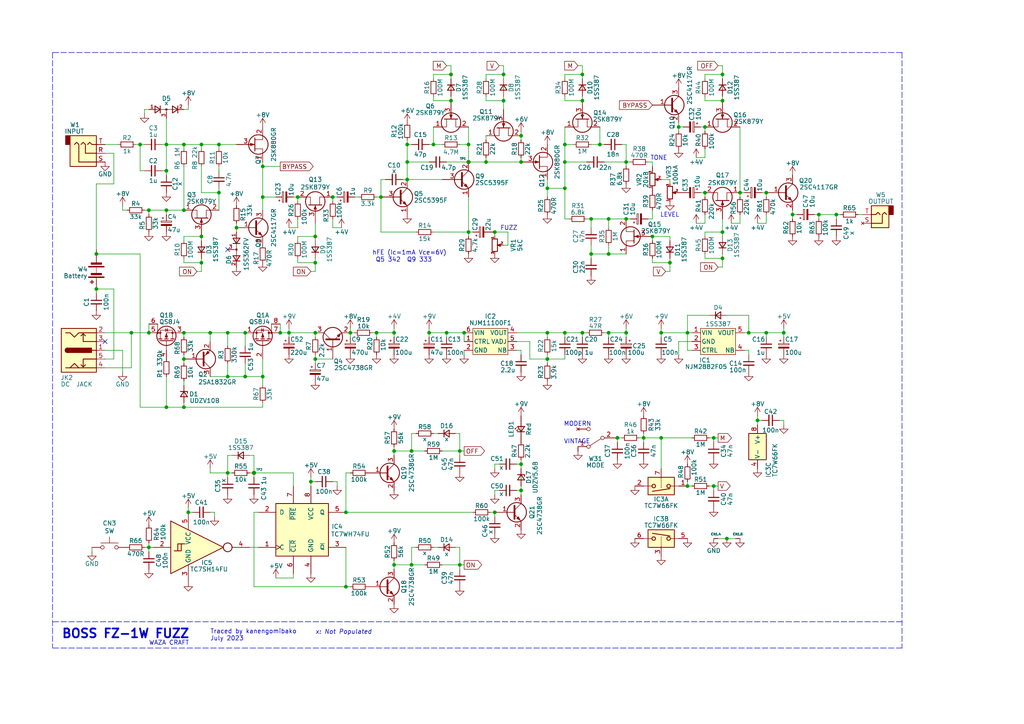
<source format=kicad_sch>
(kicad_sch (version 20230121) (generator eeschema)
  (paper "A4")
  (junction (at 66.04 96.52))
  (junction (at 91.44 68.58))
  (junction (at 176.53 73.66))
  (junction (at 140.97 46.99))
  (junction (at 101.6 96.52))
  (junction (at 222.25 96.52))
  (junction (at 76.2 57.15))
  (junction (at 43.18 96.52))
  (junction (at 181.61 96.52))
  (junction (at 43.18 158.75))
  (junction (at 91.44 76.2))
  (junction (at 219.71 121.92))
  (junction (at 118.11 52.07))
  (junction (at 130.81 21.59))
  (junction (at 151.13 39.37))
  (junction (at 173.99 41.91))
  (junction (at 146.05 29.21))
  (junction (at 76.2 48.26))
  (junction (at 118.11 41.91))
  (junction (at 191.77 127))
  (junction (at 53.34 104.14))
  (junction (at 48.26 41.91))
  (junction (at 171.45 73.66))
  (junction (at 110.49 57.15))
  (junction (at 163.83 54.61))
  (junction (at 114.3 130.81))
  (junction (at 143.51 67.31))
  (junction (at 90.17 139.7))
  (junction (at 135.89 46.99))
  (junction (at 100.33 148.59))
  (junction (at 91.44 104.14))
  (junction (at 114.3 96.52))
  (junction (at 118.11 46.99))
  (junction (at 168.91 29.21))
  (junction (at 181.61 46.99))
  (junction (at 176.53 63.5))
  (junction (at 48.26 60.96))
  (junction (at 48.26 118.11))
  (junction (at 158.75 54.61))
  (junction (at 186.69 127))
  (junction (at 237.49 62.23))
  (junction (at 181.61 63.5))
  (junction (at 48.26 49.53))
  (junction (at 58.42 76.2))
  (junction (at 204.47 36.83))
  (junction (at 207.01 140.97))
  (junction (at 27.94 83.82))
  (junction (at 199.39 140.97))
  (junction (at 189.23 68.58))
  (junction (at 222.25 55.88))
  (junction (at 194.31 76.2))
  (junction (at 76.2 109.22))
  (junction (at 196.85 36.83))
  (junction (at 227.33 96.52))
  (junction (at 119.38 163.83))
  (junction (at 207.01 127))
  (junction (at 53.34 60.96))
  (junction (at 66.04 109.22))
  (junction (at 242.57 62.23))
  (junction (at 58.42 41.91))
  (junction (at 168.91 21.59))
  (junction (at 214.63 55.88))
  (junction (at 146.05 21.59))
  (junction (at 129.54 96.52))
  (junction (at 199.39 96.52))
  (junction (at 114.3 163.83))
  (junction (at 40.64 41.91))
  (junction (at 217.17 96.52))
  (junction (at 73.66 137.16))
  (junction (at 96.52 57.15))
  (junction (at 125.73 41.91))
  (junction (at 63.5 41.91))
  (junction (at 133.35 163.83))
  (junction (at 68.58 66.04))
  (junction (at 58.42 68.58))
  (junction (at 158.75 104.14))
  (junction (at 71.12 109.22))
  (junction (at 135.89 41.91))
  (junction (at 209.55 74.93))
  (junction (at 100.33 170.18))
  (junction (at 83.82 96.52))
  (junction (at 204.47 55.88))
  (junction (at 179.07 127))
  (junction (at 210.82 156.21))
  (junction (at 158.75 96.52))
  (junction (at 163.83 96.52))
  (junction (at 209.55 29.21))
  (junction (at 134.62 96.52))
  (junction (at 53.34 96.52))
  (junction (at 163.83 41.91))
  (junction (at 209.55 21.59))
  (junction (at 163.83 46.99))
  (junction (at 43.18 60.96))
  (junction (at 53.34 41.91))
  (junction (at 171.45 63.5))
  (junction (at 60.96 96.52))
  (junction (at 91.44 96.52))
  (junction (at 130.81 29.21))
  (junction (at 229.87 62.23))
  (junction (at 191.77 96.52))
  (junction (at 151.13 46.99))
  (junction (at 53.34 118.11))
  (junction (at 38.1 96.52))
  (junction (at 151.13 142.24))
  (junction (at 86.36 57.15))
  (junction (at 81.28 96.52))
  (junction (at 66.04 137.16))
  (junction (at 54.61 148.59))
  (junction (at 71.12 96.52))
  (junction (at 168.91 96.52))
  (junction (at 119.38 130.81))
  (junction (at 151.13 134.62))
  (junction (at 63.5 55.88))
  (junction (at 27.94 73.66))
  (junction (at 176.53 96.52))
  (junction (at 135.89 67.31))
  (junction (at 124.46 96.52))
  (junction (at 133.35 130.81))
  (junction (at 109.22 96.52))
  (junction (at 143.51 148.59))
  (junction (at 209.55 67.31))
  (no_connect (at 30.48 99.06))
  (no_connect (at 66.04 72.39))
  (wire (pts (xy 204.47 27.94) (xy 204.47 29.21)))
  (wire (pts (xy 222.25 55.88) (xy 222.25 57.15)))
  (wire (pts (xy 124.46 95.25) (xy 124.46 96.52)))
  (wire (pts (xy 86.36 68.58) (xy 86.36 69.85)))
  (wire (pts (xy 163.83 54.61) (xy 163.83 63.5)))
  (wire (pts (xy 43.18 31.75) (xy 41.91 31.75)))
  (wire (pts (xy 53.34 102.87) (xy 53.34 104.14)))
  (wire (pts (xy 140.97 29.21) (xy 146.05 29.21)))
  (wire (pts (xy 102.87 57.15) (xy 104.14 57.15)))
  (wire (pts (xy 181.61 46.99) (xy 181.61 48.26)))
  (wire (pts (xy 96.52 57.15) (xy 97.79 57.15)))
  (wire (pts (xy 129.54 19.05) (xy 130.81 19.05)))
  (wire (pts (xy 167.64 19.05) (xy 168.91 19.05)))
  (wire (pts (xy 53.34 41.91) (xy 53.34 43.18)))
  (wire (pts (xy 153.67 99.06) (xy 153.67 104.14)))
  (wire (pts (xy 125.73 36.83) (xy 125.73 41.91)))
  (wire (pts (xy 248.92 62.23) (xy 250.19 62.23)))
  (wire (pts (xy 30.48 104.14) (xy 33.02 104.14)))
  (wire (pts (xy 96.52 57.15) (xy 96.52 58.42)))
  (wire (pts (xy 43.18 93.98) (xy 43.18 96.52)))
  (wire (pts (xy 237.49 62.23) (xy 242.57 62.23)))
  (wire (pts (xy 173.99 41.91) (xy 175.26 41.91)))
  (wire (pts (xy 100.33 137.16) (xy 101.6 137.16)))
  (wire (pts (xy 63.5 41.91) (xy 68.58 41.91)))
  (wire (pts (xy 91.44 102.87) (xy 91.44 104.14)))
  (wire (pts (xy 48.26 60.96) (xy 53.34 60.96)))
  (wire (pts (xy 43.18 157.48) (xy 43.18 158.75)))
  (wire (pts (xy 66.04 109.22) (xy 71.12 109.22)))
  (wire (pts (xy 76.2 118.11) (xy 76.2 116.84)))
  (wire (pts (xy 143.51 142.24) (xy 144.78 142.24)))
  (wire (pts (xy 204.47 62.23) (xy 204.47 64.77)))
  (wire (pts (xy 54.61 30.48) (xy 54.61 31.75)))
  (wire (pts (xy 220.98 55.88) (xy 222.25 55.88)))
  (wire (pts (xy 171.45 63.5) (xy 171.45 66.04)))
  (wire (pts (xy 58.42 41.91) (xy 58.42 43.18)))
  (wire (pts (xy 101.6 95.25) (xy 101.6 96.52)))
  (wire (pts (xy 83.82 66.04) (xy 86.36 66.04)))
  (wire (pts (xy 236.22 62.23) (xy 237.49 62.23)))
  (wire (pts (xy 83.82 96.52) (xy 83.82 97.79)))
  (wire (pts (xy 191.77 95.25) (xy 191.77 96.52)))
  (wire (pts (xy 35.56 60.96) (xy 36.83 60.96)))
  (wire (pts (xy 168.91 96.52) (xy 170.18 96.52)))
  (wire (pts (xy 96.52 66.04) (xy 99.06 66.04)))
  (wire (pts (xy 73.66 137.16) (xy 73.66 138.43)))
  (wire (pts (xy 125.73 22.86) (xy 125.73 21.59)))
  (wire (pts (xy 185.42 127) (xy 186.69 127)))
  (wire (pts (xy 158.75 96.52) (xy 158.75 97.79)))
  (wire (pts (xy 133.35 130.81) (xy 134.62 130.81)))
  (wire (pts (xy 204.47 36.83) (xy 204.47 38.1)))
  (wire (pts (xy 196.85 36.83) (xy 198.12 36.83)))
  (wire (pts (xy 191.77 52.07) (xy 194.31 52.07)))
  (wire (pts (xy 33.02 83.82) (xy 33.02 104.14)))
  (wire (pts (xy 227.33 121.92) (xy 227.33 123.19)))
  (wire (pts (xy 176.53 96.52) (xy 176.53 97.79)))
  (wire (pts (xy 189.23 60.96) (xy 189.23 63.5)))
  (wire (pts (xy 60.96 96.52) (xy 66.04 96.52)))
  (wire (pts (xy 214.63 36.83) (xy 214.63 55.88)))
  (wire (pts (xy 205.74 127) (xy 207.01 127)))
  (wire (pts (xy 134.62 96.52) (xy 134.62 99.06)))
  (wire (pts (xy 109.22 96.52) (xy 109.22 97.79)))
  (wire (pts (xy 57.15 78.74) (xy 58.42 78.74)))
  (wire (pts (xy 151.13 39.37) (xy 151.13 40.64)))
  (wire (pts (xy 125.73 27.94) (xy 125.73 29.21)))
  (wire (pts (xy 128.27 130.81) (xy 133.35 130.81)))
  (wire (pts (xy 227.33 97.79) (xy 227.33 96.52)))
  (wire (pts (xy 40.64 41.91) (xy 41.91 41.91)))
  (wire (pts (xy 210.82 91.44) (xy 217.17 91.44)))
  (wire (pts (xy 135.89 46.99) (xy 135.89 41.91)))
  (wire (pts (xy 40.64 118.11) (xy 40.64 73.66)))
  (wire (pts (xy 163.83 102.87) (xy 163.83 104.14)))
  (wire (pts (xy 146.05 21.59) (xy 146.05 22.86)))
  (wire (pts (xy 73.66 137.16) (xy 85.09 137.16)))
  (wire (pts (xy 170.18 63.5) (xy 171.45 63.5)))
  (wire (pts (xy 48.26 41.91) (xy 48.26 49.53)))
  (wire (pts (xy 143.51 142.24) (xy 143.51 143.51)))
  (wire (pts (xy 85.09 166.37) (xy 85.09 167.64)))
  (wire (pts (xy 118.11 41.91) (xy 119.38 41.91)))
  (wire (pts (xy 176.53 66.04) (xy 176.53 63.5)))
  (wire (pts (xy 116.84 52.07) (xy 118.11 52.07)))
  (wire (pts (xy 83.82 95.25) (xy 83.82 96.52)))
  (wire (pts (xy 226.06 121.92) (xy 227.33 121.92)))
  (wire (pts (xy 200.66 99.06) (xy 196.85 99.06)))
  (wire (pts (xy 179.07 127) (xy 179.07 128.27)))
  (wire (pts (xy 143.51 67.31) (xy 147.32 67.31)))
  (wire (pts (xy 125.73 67.31) (xy 135.89 67.31)))
  (wire (pts (xy 171.45 63.5) (xy 176.53 63.5)))
  (wire (pts (xy 58.42 68.58) (xy 58.42 69.85)))
  (wire (pts (xy 30.48 106.68) (xy 38.1 106.68)))
  (wire (pts (xy 135.89 67.31) (xy 137.16 67.31)))
  (wire (pts (xy 204.47 43.18) (xy 204.47 45.72)))
  (wire (pts (xy 199.39 96.52) (xy 200.66 96.52)))
  (wire (pts (xy 207.01 127) (xy 207.01 128.27)))
  (polyline (pts (xy 261.62 187.96) (xy 15.24 187.96)) (stroke (width 0) (type dash)))
  (wire (pts (xy 204.47 55.88) (xy 204.47 57.15)))
  (wire (pts (xy 168.91 19.05) (xy 168.91 21.59)))
  (wire (pts (xy 72.39 137.16) (xy 73.66 137.16)))
  (wire (pts (xy 149.86 142.24) (xy 151.13 142.24)))
  (wire (pts (xy 163.83 96.52) (xy 163.83 97.79)))
  (wire (pts (xy 86.36 68.58) (xy 91.44 68.58)))
  (wire (pts (xy 48.26 62.23) (xy 48.26 60.96)))
  (polyline (pts (xy 261.62 15.24) (xy 15.24 15.24)) (stroke (width 0) (type dash)))
  (wire (pts (xy 193.04 78.74) (xy 194.31 78.74)))
  (wire (pts (xy 53.34 48.26) (xy 53.34 60.96)))
  (wire (pts (xy 146.05 29.21) (xy 146.05 31.75)))
  (wire (pts (xy 114.3 96.52) (xy 114.3 97.79)))
  (wire (pts (xy 158.75 102.87) (xy 158.75 104.14)))
  (wire (pts (xy 133.35 163.83) (xy 133.35 165.1)))
  (wire (pts (xy 30.48 41.91) (xy 34.29 41.91)))
  (wire (pts (xy 130.81 19.05) (xy 130.81 21.59)))
  (wire (pts (xy 58.42 76.2) (xy 53.34 76.2)))
  (wire (pts (xy 204.47 22.86) (xy 204.47 21.59)))
  (wire (pts (xy 41.91 31.75) (xy 41.91 33.02)))
  (wire (pts (xy 134.62 101.6) (xy 134.62 102.87)))
  (wire (pts (xy 187.96 63.5) (xy 189.23 63.5)))
  (wire (pts (xy 101.6 96.52) (xy 102.87 96.52)))
  (wire (pts (xy 140.97 45.72) (xy 140.97 46.99)))
  (wire (pts (xy 130.81 21.59) (xy 130.81 22.86)))
  (wire (pts (xy 204.47 67.31) (xy 209.55 67.31)))
  (wire (pts (xy 168.91 96.52) (xy 168.91 97.79)))
  (wire (pts (xy 100.33 137.16) (xy 100.33 148.59)))
  (wire (pts (xy 209.55 19.05) (xy 209.55 21.59)))
  (wire (pts (xy 151.13 38.1) (xy 151.13 39.37)))
  (wire (pts (xy 125.73 21.59) (xy 130.81 21.59)))
  (wire (pts (xy 66.04 96.52) (xy 71.12 96.52)))
  (wire (pts (xy 118.11 40.64) (xy 118.11 41.91)))
  (wire (pts (xy 58.42 48.26) (xy 58.42 55.88)))
  (wire (pts (xy 176.53 96.52) (xy 181.61 96.52)))
  (wire (pts (xy 125.73 125.73) (xy 127 125.73)))
  (wire (pts (xy 140.97 21.59) (xy 140.97 22.86)))
  (wire (pts (xy 43.18 60.96) (xy 43.18 62.23)))
  (wire (pts (xy 91.44 104.14) (xy 91.44 105.41)))
  (wire (pts (xy 237.49 62.23) (xy 237.49 63.5)))
  (wire (pts (xy 214.63 55.88) (xy 214.63 57.15)))
  (wire (pts (xy 194.31 52.07) (xy 194.31 53.34)))
  (wire (pts (xy 91.44 104.14) (xy 96.52 104.14)))
  (wire (pts (xy 207.01 127) (xy 208.28 127)))
  (wire (pts (xy 201.93 64.77) (xy 204.47 64.77)))
  (wire (pts (xy 140.97 21.59) (xy 146.05 21.59)))
  (wire (pts (xy 191.77 127) (xy 200.66 127)))
  (wire (pts (xy 48.26 41.91) (xy 53.34 41.91)))
  (wire (pts (xy 119.38 163.83) (xy 123.19 163.83)))
  (wire (pts (xy 147.32 67.31) (xy 147.32 71.12)))
  (wire (pts (xy 100.33 148.59) (xy 137.16 148.59)))
  (wire (pts (xy 151.13 101.6) (xy 151.13 102.87)))
  (wire (pts (xy 189.23 68.58) (xy 189.23 69.85)))
  (wire (pts (xy 63.5 55.88) (xy 63.5 54.61)))
  (wire (pts (xy 85.09 57.15) (xy 86.36 57.15)))
  (wire (pts (xy 181.61 46.99) (xy 182.88 46.99)))
  (wire (pts (xy 71.12 105.41) (xy 71.12 109.22)))
  (wire (pts (xy 175.26 46.99) (xy 181.61 46.99)))
  (wire (pts (xy 48.26 49.53) (xy 48.26 50.8)))
  (wire (pts (xy 27.94 83.82) (xy 33.02 83.82)))
  (wire (pts (xy 53.34 96.52) (xy 60.96 96.52)))
  (wire (pts (xy 209.55 63.5) (xy 209.55 67.31)))
  (wire (pts (xy 140.97 46.99) (xy 151.13 46.99)))
  (wire (pts (xy 132.08 158.75) (xy 133.35 158.75)))
  (wire (pts (xy 111.76 52.07) (xy 110.49 52.07)))
  (wire (pts (xy 38.1 96.52) (xy 38.1 106.68)))
  (wire (pts (xy 229.87 60.96) (xy 229.87 62.23)))
  (wire (pts (xy 120.65 125.73) (xy 119.38 125.73)))
  (wire (pts (xy 135.89 67.31) (xy 135.89 57.15)))
  (wire (pts (xy 109.22 96.52) (xy 114.3 96.52)))
  (wire (pts (xy 212.09 64.77) (xy 214.63 64.77)))
  (wire (pts (xy 86.36 57.15) (xy 86.36 58.42)))
  (wire (pts (xy 163.83 27.94) (xy 163.83 29.21)))
  (wire (pts (xy 242.57 62.23) (xy 242.57 63.5)))
  (wire (pts (xy 209.55 67.31) (xy 209.55 68.58)))
  (wire (pts (xy 207.01 140.97) (xy 208.28 140.97)))
  (wire (pts (xy 215.9 101.6) (xy 217.17 101.6)))
  (wire (pts (xy 163.83 21.59) (xy 168.91 21.59)))
  (wire (pts (xy 72.39 132.08) (xy 73.66 132.08)))
  (wire (pts (xy 217.17 96.52) (xy 217.17 91.44)))
  (wire (pts (xy 90.17 139.7) (xy 90.17 140.97)))
  (wire (pts (xy 209.55 21.59) (xy 209.55 22.86)))
  (wire (pts (xy 26.67 158.75) (xy 26.67 160.02)))
  (wire (pts (xy 101.6 170.18) (xy 100.33 170.18)))
  (wire (pts (xy 43.18 158.75) (xy 44.45 158.75)))
  (wire (pts (xy 63.5 41.91) (xy 63.5 43.18)))
  (wire (pts (xy 168.91 29.21) (xy 163.83 29.21)))
  (wire (pts (xy 73.66 148.59) (xy 73.66 170.18)))
  (wire (pts (xy 219.71 121.92) (xy 219.71 123.19)))
  (wire (pts (xy 53.34 96.52) (xy 53.34 97.79)))
  (wire (pts (xy 53.34 104.14) (xy 53.34 105.41)))
  (wire (pts (xy 222.25 97.79) (xy 222.25 96.52)))
  (wire (pts (xy 203.2 36.83) (xy 204.47 36.83)))
  (wire (pts (xy 143.51 67.31) (xy 143.51 68.58)))
  (wire (pts (xy 204.47 73.66) (xy 204.47 74.93)))
  (wire (pts (xy 43.18 158.75) (xy 43.18 160.02)))
  (wire (pts (xy 80.01 167.64) (xy 85.09 167.64)))
  (wire (pts (xy 143.51 135.89) (xy 143.51 134.62)))
  (wire (pts (xy 60.96 99.06) (xy 60.96 96.52)))
  (wire (pts (xy 146.05 19.05) (xy 146.05 21.59)))
  (wire (pts (xy 125.73 41.91) (xy 128.27 41.91)))
  (wire (pts (xy 146.05 27.94) (xy 146.05 29.21)))
  (wire (pts (xy 53.34 41.91) (xy 58.42 41.91)))
  (wire (pts (xy 107.95 96.52) (xy 109.22 96.52)))
  (wire (pts (xy 171.45 41.91) (xy 173.99 41.91)))
  (wire (pts (xy 53.34 116.84) (xy 53.34 118.11)))
  (wire (pts (xy 149.86 99.06) (xy 153.67 99.06)))
  (wire (pts (xy 129.54 96.52) (xy 134.62 96.52)))
  (wire (pts (xy 214.63 55.88) (xy 215.9 55.88)))
  (wire (pts (xy 74.93 158.75) (xy 72.39 158.75)))
  (wire (pts (xy 114.3 130.81) (xy 119.38 130.81)))
  (wire (pts (xy 186.69 127) (xy 191.77 127)))
  (wire (pts (xy 66.04 137.16) (xy 66.04 132.08)))
  (wire (pts (xy 30.48 101.6) (xy 35.56 101.6)))
  (wire (pts (xy 158.75 104.14) (xy 163.83 104.14)))
  (wire (pts (xy 90.17 139.7) (xy 91.44 139.7)))
  (wire (pts (xy 38.1 96.52) (xy 43.18 96.52)))
  (wire (pts (xy 66.04 96.52) (xy 66.04 100.33)))
  (wire (pts (xy 165.1 63.5) (xy 163.83 63.5)))
  (wire (pts (xy 194.31 68.58) (xy 194.31 69.85)))
  (wire (pts (xy 58.42 41.91) (xy 63.5 41.91)))
  (wire (pts (xy 124.46 96.52) (xy 124.46 97.79)))
  (wire (pts (xy 110.49 67.31) (xy 120.65 67.31)))
  (wire (pts (xy 199.39 101.6) (xy 199.39 96.52)))
  (wire (pts (xy 196.85 35.56) (xy 196.85 36.83)))
  (wire (pts (xy 71.12 109.22) (xy 76.2 109.22)))
  (wire (pts (xy 144.78 19.05) (xy 146.05 19.05)))
  (wire (pts (xy 128.27 163.83) (xy 133.35 163.83)))
  (polyline (pts (xy 261.62 180.34) (xy 15.24 180.34)) (stroke (width 0) (type dash)))
  (wire (pts (xy 66.04 138.43) (xy 66.04 137.16)))
  (wire (pts (xy 151.13 140.97) (xy 151.13 142.24)))
  (wire (pts (xy 60.96 148.59) (xy 62.23 148.59)))
  (wire (pts (xy 180.34 41.91) (xy 181.61 41.91)))
  (wire (pts (xy 133.35 125.73) (xy 133.35 130.81)))
  (wire (pts (xy 96.52 139.7) (xy 97.79 139.7)))
  (wire (pts (xy 114.3 129.54) (xy 114.3 130.81)))
  (wire (pts (xy 217.17 101.6) (xy 217.17 102.87)))
  (wire (pts (xy 204.47 29.21) (xy 209.55 29.21)))
  (wire (pts (xy 60.96 135.89) (xy 60.96 137.16)))
  (wire (pts (xy 209.55 74.93) (xy 204.47 74.93)))
  (wire (pts (xy 53.34 110.49) (xy 53.34 111.76)))
  (wire (pts (xy 63.5 55.88) (xy 63.5 60.96)))
  (wire (pts (xy 76.2 46.99) (xy 76.2 48.26)))
  (wire (pts (xy 35.56 59.69) (xy 35.56 60.96)))
  (wire (pts (xy 181.61 63.5) (xy 182.88 63.5)))
  (wire (pts (xy 200.66 101.6) (xy 199.39 101.6)))
  (wire (pts (xy 41.91 49.53) (xy 40.64 49.53)))
  (wire (pts (xy 191.77 127) (xy 191.77 135.89)))
  (wire (pts (xy 125.73 158.75) (xy 127 158.75)))
  (wire (pts (xy 119.38 130.81) (xy 123.19 130.81)))
  (wire (pts (xy 76.2 109.22) (xy 76.2 104.14)))
  (wire (pts (xy 129.54 96.52) (xy 129.54 97.79)))
  (wire (pts (xy 158.75 52.07) (xy 158.75 54.61)))
  (wire (pts (xy 48.26 109.22) (xy 48.26 118.11)))
  (wire (pts (xy 227.33 95.25) (xy 227.33 96.52)))
  (wire (pts (xy 222.25 62.23) (xy 222.25 64.77)))
  (wire (pts (xy 170.18 46.99) (xy 163.83 46.99)))
  (wire (pts (xy 196.85 36.83) (xy 196.85 38.1)))
  (wire (pts (xy 207.01 140.97) (xy 207.01 142.24)))
  (wire (pts (xy 54.61 147.32) (xy 54.61 148.59)))
  (wire (pts (xy 58.42 55.88) (xy 63.5 55.88)))
  (wire (pts (xy 43.18 60.96) (xy 48.26 60.96)))
  (wire (pts (xy 204.47 21.59) (xy 209.55 21.59)))
  (wire (pts (xy 222.25 96.52) (xy 227.33 96.52)))
  (wire (pts (xy 118.11 41.91) (xy 118.11 46.99)))
  (wire (pts (xy 48.26 34.29) (xy 48.26 41.91)))
  (wire (pts (xy 60.96 109.22) (xy 66.04 109.22)))
  (wire (pts (xy 128.27 52.07) (xy 118.11 52.07)))
  (wire (pts (xy 242.57 62.23) (xy 243.84 62.23)))
  (wire (pts (xy 143.51 148.59) (xy 143.51 149.86)))
  (wire (pts (xy 140.97 39.37) (xy 140.97 40.64)))
  (wire (pts (xy 149.86 101.6) (xy 151.13 101.6)))
  (wire (pts (xy 76.2 57.15) (xy 80.01 57.15)))
  (wire (pts (xy 135.89 67.31) (xy 135.89 68.58)))
  (wire (pts (xy 168.91 21.59) (xy 168.91 22.86)))
  (wire (pts (xy 124.46 46.99) (xy 118.11 46.99)))
  (wire (pts (xy 180.34 127) (xy 179.07 127)))
  (wire (pts (xy 158.75 104.14) (xy 158.75 105.41)))
  (wire (pts (xy 133.35 41.91) (xy 135.89 41.91)))
  (wire (pts (xy 71.12 96.52) (xy 71.12 100.33)))
  (wire (pts (xy 53.34 31.75) (xy 54.61 31.75)))
  (wire (pts (xy 186.69 125.73) (xy 186.69 127)))
  (wire (pts (xy 81.28 93.98) (xy 81.28 96.52)))
  (wire (pts (xy 208.28 19.05) (xy 209.55 19.05)))
  (wire (pts (xy 153.67 104.14) (xy 158.75 104.14)))
  (wire (pts (xy 41.91 158.75) (xy 43.18 158.75)))
  (wire (pts (xy 62.23 148.59) (xy 62.23 149.86)))
  (wire (pts (xy 63.5 48.26) (xy 63.5 49.53)))
  (wire (pts (xy 27.94 53.34) (xy 27.94 72.39)))
  (wire (pts (xy 53.34 69.85) (xy 53.34 68.58)))
  (wire (pts (xy 219.71 121.92) (xy 220.98 121.92)))
  (wire (pts (xy 35.56 101.6) (xy 35.56 107.95)))
  (wire (pts (xy 181.61 96.52) (xy 181.61 97.79)))
  (wire (pts (xy 217.17 96.52) (xy 222.25 96.52)))
  (wire (pts (xy 86.36 63.5) (xy 86.36 66.04)))
  (wire (pts (xy 229.87 62.23) (xy 231.14 62.23)))
  (wire (pts (xy 173.99 36.83) (xy 173.99 41.91)))
  (wire (pts (xy 151.13 133.35) (xy 151.13 134.62)))
  (wire (pts (xy 176.53 71.12) (xy 176.53 73.66)))
  (wire (pts (xy 191.77 96.52) (xy 199.39 96.52)))
  (wire (pts (xy 110.49 52.07) (xy 110.49 57.15)))
  (wire (pts (xy 135.89 46.99) (xy 140.97 46.99)))
  (wire (pts (xy 114.3 163.83) (xy 119.38 163.83)))
  (wire (pts (xy 187.96 46.99) (xy 189.23 46.99)))
  (wire (pts (xy 209.55 73.66) (xy 209.55 74.93)))
  (wire (pts (xy 27.94 53.34) (xy 33.02 53.34)))
  (wire (pts (xy 48.26 49.53) (xy 46.99 49.53)))
  (wire (pts (xy 171.45 71.12) (xy 171.45 73.66)))
  (wire (pts (xy 135.89 36.83) (xy 135.89 41.91)))
  (wire (pts (xy 76.2 48.26) (xy 81.28 48.26)))
  (wire (pts (xy 90.17 78.74) (xy 91.44 78.74)))
  (wire (pts (xy 53.34 74.93) (xy 53.34 76.2)))
  (wire (pts (xy 66.04 132.08) (xy 67.31 132.08)))
  (wire (pts (xy 114.3 130.81) (xy 114.3 132.08)))
  (wire (pts (xy 189.23 68.58) (xy 194.31 68.58)))
  (wire (pts (xy 181.61 63.5) (xy 176.53 63.5)))
  (wire (pts (xy 194.31 74.93) (xy 194.31 76.2)))
  (wire (pts (xy 58.42 76.2) (xy 58.42 78.74)))
  (wire (pts (xy 85.09 137.16) (xy 85.09 140.97)))
  (wire (pts (xy 158.75 54.61) (xy 158.75 57.15)))
  (wire (pts (xy 204.47 68.58) (xy 204.47 67.31)))
  (wire (pts (xy 214.63 62.23) (xy 214.63 64.77)))
  (wire (pts (xy 100.33 158.75) (xy 100.33 170.18)))
  (wire (pts (xy 205.74 91.44) (xy 199.39 91.44)))
  (wire (pts (xy 83.82 96.52) (xy 81.28 96.52)))
  (wire (pts (xy 91.44 96.52) (xy 91.44 97.79)))
  (wire (pts (xy 66.04 137.16) (xy 67.31 137.16)))
  (wire (pts (xy 181.61 95.25) (xy 181.61 96.52)))
  (wire (pts (xy 76.2 111.76) (xy 76.2 109.22)))
  (wire (pts (xy 97.79 139.7) (xy 97.79 140.97)))
  (wire (pts (xy 140.97 27.94) (xy 140.97 29.21)))
  (wire (pts (xy 124.46 96.52) (xy 129.54 96.52)))
  (wire (pts (xy 168.91 27.94) (xy 168.91 29.21)))
  (wire (pts (xy 91.44 76.2) (xy 91.44 78.74)))
  (wire (pts (xy 73.66 132.08) (xy 73.66 137.16)))
  (wire (pts (xy 33.02 44.45) (xy 30.48 44.45)))
  (wire (pts (xy 114.3 163.83) (xy 114.3 165.1)))
  (wire (pts (xy 186.69 127) (xy 186.69 128.27)))
  (wire (pts (xy 166.37 41.91) (xy 163.83 41.91)))
  (wire (pts (xy 114.3 162.56) (xy 114.3 163.83)))
  (wire (pts (xy 68.58 66.04) (xy 68.58 67.31)))
  (wire (pts (xy 133.35 158.75) (xy 133.35 163.83)))
  (wire (pts (xy 30.48 96.52) (xy 38.1 96.52)))
  (wire (pts (xy 133.35 130.81) (xy 133.35 132.08)))
  (wire (pts (xy 76.2 48.26) (xy 76.2 57.15)))
  (wire (pts (xy 83.82 96.52) (xy 91.44 96.52)))
  (wire (pts (xy 171.45 73.66) (xy 171.45 74.93)))
  (wire (pts (xy 209.55 74.93) (xy 209.55 77.47)))
  (wire (pts (xy 114.3 95.25) (xy 114.3 96.52)))
  (wire (pts (xy 66.04 105.41) (xy 66.04 109.22)))
  (wire (pts (xy 194.31 76.2) (xy 194.31 78.74)))
  (wire (pts (xy 109.22 57.15) (xy 110.49 57.15)))
  (wire (pts (xy 194.31 76.2) (xy 189.23 76.2)))
  (wire (pts (xy 133.35 163.83) (xy 134.62 163.83)))
  (polyline (pts (xy 261.62 15.24) (xy 261.62 187.96)) (stroke (width 0) (type dash)))
  (wire (pts (xy 33.02 44.45) (xy 33.02 53.34)))
  (polyline (pts (xy 15.24 15.24) (xy 15.24 187.96)) (stroke (width 0) (type dash)))
  (wire (pts (xy 146.05 71.12) (xy 147.32 71.12)))
  (wire (pts (xy 203.2 55.88) (xy 204.47 55.88)))
  (wire (pts (xy 129.54 46.99) (xy 135.89 46.99)))
  (wire (pts (xy 175.26 96.52) (xy 176.53 96.52)))
  (wire (pts (xy 209.55 27.94) (xy 209.55 29.21)))
  (wire (pts (xy 73.66 170.18) (xy 100.33 170.18)))
  (wire (pts (xy 46.99 41.91) (xy 48.26 41.91)))
  (wire (pts (xy 91.44 64.77) (xy 91.44 68.58)))
  (wire (pts (xy 219.71 64.77) (xy 222.25 64.77)))
  (wire (pts (xy 91.44 74.93) (xy 91.44 76.2)))
  (wire (pts (xy 119.38 125.73) (xy 119.38 130.81)))
  (wire (pts (xy 48.26 118.11) (xy 53.34 118.11)))
  (wire (pts (xy 151.13 45.72) (xy 151.13 46.99)))
  (wire (pts (xy 27.94 73.66) (xy 40.64 73.66)))
  (wire (pts (xy 189.23 74.93) (xy 189.23 76.2)))
  (wire (pts (xy 54.61 148.59) (xy 55.88 148.59)))
  (wire (pts (xy 53.34 118.11) (xy 76.2 118.11)))
  (wire (pts (xy 181.61 46.99) (xy 181.61 41.91)))
  (wire (pts (xy 215.9 96.52) (xy 217.17 96.52)))
  (wire (pts (xy 210.82 156.21) (xy 213.36 156.21)))
  (wire (pts (xy 163.83 36.83) (xy 163.83 41.91)))
  (wire (pts (xy 58.42 74.93) (xy 58.42 76.2)))
  (wire (pts (xy 176.53 73.66) (xy 171.45 73.66)))
  (wire (pts (xy 74.93 148.59) (xy 73.66 148.59)))
  (wire (pts (xy 91.44 76.2) (xy 86.36 76.2)))
  (wire (pts (xy 229.87 62.23) (xy 229.87 63.5)))
  (wire (pts (xy 176.53 73.66) (xy 181.61 73.66)))
  (wire (pts (xy 189.23 46.99) (xy 189.23 48.26)))
  (wire (pts (xy 142.24 148.59) (xy 143.51 148.59)))
  (wire (pts (xy 120.65 158.75) (xy 119.38 158.75)))
  (wire (pts (xy 196.85 99.06) (xy 196.85 102.87)))
  (wire (pts (xy 124.46 41.91) (xy 125.73 41.91)))
  (wire (pts (xy 219.71 120.65) (xy 219.71 121.92)))
  (wire (pts (xy 149.86 134.62) (xy 151.13 134.62)))
  (wire (pts (xy 130.81 29.21) (xy 125.73 29.21)))
  (wire (pts (xy 41.91 60.96) (xy 43.18 60.96)))
  (wire (pts (xy 110.49 57.15) (xy 110.49 67.31)))
  (wire (pts (xy 132.08 125.73) (xy 133.35 125.73)))
  (wire (pts (xy 101.6 96.52) (xy 101.6 97.79)))
  (wire (pts (xy 60.96 137.16) (xy 66.04 137.16)))
  (wire (pts (xy 27.94 83.82) (xy 27.94 85.09)))
  (wire (pts (xy 205.74 140.97) (xy 207.01 140.97)))
  (wire (pts (xy 201.93 45.72) (xy 204.47 45.72)))
  (wire (pts (xy 40.64 41.91) (xy 40.64 49.53)))
  (wire (pts (xy 53.34 68.58) (xy 58.42 68.58)))
  (wire (pts (xy 191.77 96.52) (xy 191.77 97.79)))
  (wire (pts (xy 199.39 140.97) (xy 200.66 140.97)))
  (wire (pts (xy 118.11 46.99) (xy 118.11 52.07)))
  (wire (pts (xy 163.83 96.52) (xy 168.91 96.52)))
  (wire (pts (xy 163.83 46.99) (xy 163.83 54.61)))
  (wire (pts (xy 96.52 63.5) (xy 96.52 66.04)))
  (wire (pts (xy 76.2 57.15) (xy 76.2 60.96)))
  (wire (pts (xy 208.28 77.47) (xy 209.55 77.47)))
  (wire (pts (xy 208.28 156.21) (xy 210.82 156.21)))
  (wire (pts (xy 158.75 96.52) (xy 163.83 96.52)))
  (wire (pts (xy 151.13 134.62) (xy 151.13 135.89)))
  (wire (pts (xy 163.83 22.86) (xy 163.83 21.59)))
  (wire (pts (xy 158.75 54.61) (xy 163.83 54.61)))
  (wire (pts (xy 199.39 139.7) (xy 199.39 140.97)))
  (wire (pts (xy 163.83 41.91) (xy 163.83 46.99)))
  (wire (pts (xy 90.17 138.43) (xy 90.17 139.7)))
  (wire (pts (xy 86.36 74.93) (xy 86.36 76.2)))
  (wire (pts (xy 143.51 134.62) (xy 144.78 134.62)))
  (wire (pts (xy 48.26 118.11) (xy 40.64 118.11)))
  (wire (pts (xy 149.86 96.52) (xy 158.75 96.52)))
  (wire (pts (xy 68.58 64.77) (xy 68.58 66.04)))
  (wire (pts (xy 151.13 142.24) (xy 151.13 143.51)))
  (wire (pts (xy 39.37 41.91) (xy 40.64 41.91)))
  (wire (pts (xy 130.81 27.94) (xy 130.81 29.21)))
  (wire (pts (xy 119.38 158.75) (xy 119.38 163.83)))
  (wire (pts (xy 91.44 68.58) (xy 91.44 69.85)))
  (wire (pts (xy 199.39 91.44) (xy 199.39 96.52)))
  (text "WAZA CRAFT" (at 43.18 187.325 0) (effects (font (size 1.27 1.27)) (justify left bottom)))
  (text "BOSS FZ-1W FUZZ" (at 17.78 185.42 0) (effects (font (size 2.54 2.54) (thickness 0.508) bold) (justify left bottom)))
  (text "hFE (Ic=1mA Vce=6V)\n Q5 342  Q9 333" (at 107.95 76.2 0) (effects (font (size 1.27 1.27)) (justify left bottom)))
  (text "MODERN" (at 163.5125 123.825 0) (effects (font (size 1.27 1.27)) (justify left bottom)))
  (text "x: Not Populated" (at 91.44 184.15 0) (effects (font (size 1.27 1.27) italic) (justify left bottom)))
  (text "VINTAGE" (at 163.5125 128.905 0) (effects (font (size 1.27 1.27)) (justify left bottom)))
  (text "Traced by kanengomibako\nJuly 2023" (at 60.96 186.055 0) (effects (font (size 1.27 1.27)) (justify left bottom)))
  (text "LEVEL" (at 191.4525 63.1825 0) (effects (font (size 1.27 1.27)) (justify left bottom)))
  (text "TONE" (at 188.595 46.6725 0) (effects (font (size 1.27 1.27)) (justify left bottom)))
  (text "FUZZ" (at 145.0975 66.9925 0) (effects (font (size 1.27 1.27)) (justify left bottom)))
  (global_label "ON" (shape input) (at 208.28 77.47 180) (property "Intersheetrefs" "${INTERSHEET_REFS}" (effects hide)))
  (global_label "BYPASS" (shape output) (at 81.28 48.26 0) (property "Intersheetrefs" "${INTERSHEET_REFS}" (effects hide)))
  (global_label "M" (shape input) (at 129.54 19.05 180) (property "Intersheetrefs" "${INTERSHEET_REFS}" (effects hide)))
  (global_label "M" (shape input) (at 167.64 19.05 180) (property "Intersheetrefs" "${INTERSHEET_REFS}" (effects hide)))
  (global_label "V" (shape output) (at 208.28 140.97 0) (property "Intersheetrefs" "${INTERSHEET_REFS}" (effects hide)))
  (global_label "ON" (shape input) (at 57.15 78.74 180) (property "Intersheetrefs" "${INTERSHEET_REFS}" (effects hide)))
  (global_label "M" (shape output) (at 208.28 127 0) (property "Intersheetrefs" "${INTERSHEET_REFS}" (effects hide)))
  (global_label "V" (shape input) (at 144.78 19.05 180) (property "Intersheetrefs" "${INTERSHEET_REFS}" (effects hide)))
  (global_label "ON" (shape output) (at 134.62 163.83 0) (property "Intersheetrefs" "${INTERSHEET_REFS}" (effects hide)))
  (global_label "OFF" (shape input) (at 208.28 19.05 180) (property "Intersheetrefs" "${INTERSHEET_REFS}" (effects hide)))
  (global_label "BYPASS" (shape input) (at 189.23 30.48 180) (property "Intersheetrefs" "${INTERSHEET_REFS}" (effects hide)))
  (global_label "V" (shape input) (at 193.04 78.74 180) (property "Intersheetrefs" "${INTERSHEET_REFS}" (effects hide)))
  (global_label "OFF" (shape output) (at 134.62 130.81 0) (property "Intersheetrefs" "${INTERSHEET_REFS}" (effects hide)))
  (global_label "ON" (shape input) (at 90.17 78.74 180) (property "Intersheetrefs" "${INTERSHEET_REFS}" (effects hide)))
  (symbol (lib_id "Device:C_Polarized_Small") (at 218.44 55.88 90) (unit 1)
    (property "Reference" "C44" (at 216.535 55.5625 0) (effects (justify left)))
    (property "Value" "10u" (at 220.345 55.5625 0) (effects (justify left)))
    (property "Footprint" "Capacitor_SMD:CP_Elec_4x5.3" (effects hide))
  )
  (symbol (lib_id "Device:R_Small") (at 158.75 59.69 180) (unit 1)
    (property "Reference" "R25" (at 156.845 59.69 90))
    (property "Value" "470R" (at 160.655 59.69 90))
    (property "Footprint" "Resistor_SMD:R_0603_1608Metric" (effects hide))
  )
  (symbol (lib_id "power:+4V") (at 219.71 64.77 0) (unit 1)
    (property "Reference" "#PWR055" (effects hide))
    (property "Value" "+4V" (at 219.71 66.04 0))
  )
  (symbol (lib_id "power:GND") (at 207.01 133.35 0) (unit 1)
    (property "Reference" "#PWR089" (effects hide))
    (property "Value" "GND" (effects hide))
  )
  (symbol (lib_id "power:+6V") (at 181.61 95.25 0) (unit 1)
    (property "Reference" "#PWR06" (effects hide))
    (property "Value" "+6V" (at 181.61 91.7575 0))
  )
  (symbol (lib_id "Device:R_Small") (at 125.73 130.81 270) (unit 1)
    (property "Reference" "R59" (at 125.73 128.905 90))
    (property "Value" "1M" (at 125.73 132.715 90))
    (property "Footprint" "Resistor_SMD:R_0402_1005Metric" (effects hide))
  )
  (symbol (lib_id "Device:R_Small") (at 66.04 102.87 0) (unit 1)
    (property "Reference" "R3" (at 64.135 102.87 90))
    (property "Value" "330k" (at 67.945 102.87 90))
    (property "Footprint" "Resistor_SMD:R_0402_1005Metric" (effects hide))
  )
  (symbol (lib_id "power:GND") (at 143.51 143.51 0) (unit 1)
    (property "Reference" "#PWR084" (effects hide))
    (property "Value" "GND" (effects hide))
  )
  (symbol (lib_id "power:+4V") (at 114.3 95.25 0) (unit 1)
    (property "Reference" "#PWR023" (effects hide))
    (property "Value" "+4V" (at 114.3 91.7575 0))
  )
  (symbol (lib_id "Device:Q_NPN_BEC") (at 73.66 66.04 0) (unit 1)
    (property "Reference" "Q8" (at 74.93 70.485 90))
    (property "Value" "2SC4117GR" (at 79.375 66.04 90))
    (property "Footprint" "Package_TO_SOT_SMD:SOT-323_SC-70" (effects hide))
    (property "Datasheet" "DG" (effects hide))
  )
  (symbol (lib_id "myLib:my_conn_line") (at 143.51 67.31 180) (unit 1)
    (property "Reference" "CN1.6" (effects hide))
    (property "Value" "-" (effects hide))
    (property "Footprint" "myFoot:my_conn" (effects hide))
  )
  (symbol (lib_id "Device:C_Small") (at 242.57 66.04 0) (unit 1)
    (property "Reference" "C49" (at 245.4275 67.6275 90))
    (property "Value" "x" (at 247.015 67.6275 90))
    (property "Footprint" "Capacitor_SMD:C_0402_1005Metric" (effects hide))
  )
  (symbol (lib_id "Device:C_Small") (at 73.66 140.97 0) (unit 1)
    (property "Reference" "C43" (at 76.5175 143.1925 90))
    (property "Value" "1u" (at 76.5175 139.3825 90))
    (property "Footprint" "Capacitor_SMD:C_0402_1005Metric" (effects hide))
  )
  (symbol (lib_id "Device:C_Small") (at 129.54 100.33 0) (unit 1)
    (property "Reference" "C13" (at 131.7625 98.425 0))
    (property "Value" "100n" (at 132.08 102.235 0))
    (property "Footprint" "Capacitor_SMD:C_0402_1005Metric" (effects hide))
  )
  (symbol (lib_id "myLib:D_Small_dual_series") (at 48.26 31.75 180) (unit 1)
    (property "Reference" "D5" (at 48.26 28.575 0))
    (property "Value" "x" (at 48.26 29.845 0))
    (property "Footprint" "Package_TO_SOT_SMD:SOT-523" (effects hide))
  )
  (symbol (lib_id "power:GND") (at 68.58 77.47 0) (unit 1)
    (property "Reference" "#PWR035" (effects hide))
    (property "Value" "GND" (effects hide))
  )
  (symbol (lib_id "Device:C_Small") (at 171.45 77.47 0) (unit 1)
    (property "Reference" "C30" (at 167.005 77.47 90))
    (property "Value" "22n" (at 168.91 77.47 90))
    (property "Footprint" "Capacitor_SMD:C_1206_3216Metric" (effects hide))
  )
  (symbol (lib_id "Device:LED_Small") (at 151.13 124.46 90) (unit 1)
    (property "Reference" "LED1" (at 148.2725 124.46 0))
    (property "Value" "Red" (at 153.3525 124.46 0))
    (property "Footprint" "LED_THT:LED_D3.0mm" (effects hide))
  )
  (symbol (lib_id "power:GND") (at 97.79 140.97 0) (unit 1)
    (property "Reference" "#PWR062" (effects hide))
    (property "Value" "GND" (effects hide))
  )
  (symbol (lib_id "Device:C_Small") (at 121.92 41.91 270) (unit 1)
    (property "Reference" "C15" (at 121.92 39.0525 90))
    (property "Value" "47p" (at 121.92 44.7675 90))
    (property "Footprint" "Capacitor_SMD:C_0402_1005Metric" (effects hide))
  )
  (symbol (lib_id "power:+8V") (at 229.87 50.8 0) (unit 1)
    (property "Reference" "#PWR054" (effects hide))
    (property "Value" "+8V" (at 229.87 47.3075 0))
  )
  (symbol (lib_id "Device:D_Small") (at 209.55 71.12 90) (unit 1)
    (property "Reference" "D13" (at 211.7725 71.12 0))
    (property "Value" "1SS387" (at 213.6775 71.12 0))
    (property "Footprint" "Diode_SMD:D_SOD-523" (effects hide))
  )
  (symbol (lib_id "Device:R_Small") (at 185.42 46.99 90) (mirror x) (unit 1)
    (property "Reference" "R38" (at 185.42 43.18 90))
    (property "Value" "470R" (at 185.42 45.085 90))
    (property "Footprint" "Resistor_SMD:R_0603_1608Metric" (effects hide))
  )
  (symbol (lib_id "Device:C_Small") (at 48.26 53.34 0) (unit 1)
    (property "Reference" "C12" (at 50.8 53.34 90))
    (property "Value" "x" (at 52.07 53.34 90))
    (property "Footprint" "Capacitor_SMD:C_0402_1005Metric" (effects hide))
  )
  (symbol (lib_id "power:+5V") (at 43.18 152.4 0) (unit 1)
    (property "Reference" "#PWR081" (effects hide))
    (property "Value" "+5V" (at 43.18 148.9075 0))
  )
  (symbol (lib_id "power:GND") (at 168.91 102.87 0) (unit 1)
    (property "Reference" "#PWR015" (effects hide))
    (property "Value" "GND" (effects hide))
  )
  (symbol (lib_id "Device:R_Small") (at 114.3 160.02 0) (unit 1)
    (property "Reference" "R52" (at 112.395 160.02 90))
    (property "Value" "56k" (at 116.205 160.02 90))
    (property "Footprint" "Resistor_SMD:R_0402_1005Metric" (effects hide))
  )
  (symbol (lib_id "power:+5V") (at 90.17 138.43 0) (unit 1)
    (property "Reference" "#PWR063" (effects hide))
    (property "Value" "+5V" (at 90.17 134.9375 0))
  )
  (symbol (lib_id "Device:R_Small") (at 139.7 148.59 270) (unit 1)
    (property "Reference" "R60" (at 139.7 146.685 90))
    (property "Value" "100k" (at 139.7 150.495 90))
    (property "Footprint" "Resistor_SMD:R_0402_1005Metric" (effects hide))
  )
  (symbol (lib_id "Connector:TestPoint_Small") (at 135.89 46.99 0) (unit 1)
    (property "Reference" "TP1" (at 133.35 46.0375 0) (effects (font (size 0.635 0.635)) (justify left)))
    (property "Value" "-" (effects hide))
    (property "Footprint" "myFoot:my_TestPoint_1mm" (effects hide))
  )
  (symbol (lib_id "Device:R_Small") (at 53.34 72.39 0) (unit 1)
    (property "Reference" "R10" (at 51.435 72.39 90))
    (property "Value" "100M" (at 55.245 72.39 90))
    (property "Footprint" "Resistor_SMD:R_0805_2012Metric" (effects hide))
  )
  (symbol (lib_id "myLib:my_conn_line") (at 151.13 121.92 90) (unit 1)
    (property "Reference" "CN2.4" (effects hide))
    (property "Value" "-" (effects hide))
    (property "Footprint" "myFoot:my_conn" (effects hide))
  )
  (symbol (lib_id "power:GND") (at 124.46 102.87 0) (unit 1)
    (property "Reference" "#PWR010" (effects hide))
    (property "Value" "GND" (effects hide))
  )
  (symbol (lib_id "myLib:my_conn_line") (at 177.8 127 0) (unit 1)
    (property "Reference" "CN2.2" (effects hide))
    (property "Value" "-" (effects hide))
    (property "Footprint" "myFoot:my_conn" (effects hide))
  )
  (symbol (lib_id "Device:D_Zener_Small") (at 53.34 114.3 270) (unit 1)
    (property "Reference" "D1" (at 56.1975 114.3 90))
    (property "Value" "UDZV10B" (at 59.3725 116.205 90))
    (property "Footprint" "Diode_SMD:D_SOD-323" (effects hide))
  )
  (symbol (lib_id "Device:R_Small") (at 168.91 41.91 270) (unit 1)
    (property "Reference" "R32" (at 168.91 40.005 90))
    (property "Value" "1M" (at 168.91 43.815 90))
    (property "Footprint" "Resistor_SMD:R_0402_1005Metric" (effects hide))
  )
  (symbol (lib_id "power:GND") (at 48.26 67.31 0) (unit 1)
    (property "Reference" "#PWR031" (effects hide))
    (property "Value" "GND" (effects hide))
  )
  (symbol (lib_id "Device:Q_NJFET_SDG") (at 73.66 41.91 0) (unit 1)
    (property "Reference" "Q7" (at 74.93 46.355 90))
    (property "Value" "2SK880GR" (at 79.375 41.91 90))
    (property "Footprint" "Package_TO_SOT_SMD:SOT-323_SC-70" (effects hide))
    (property "Datasheet" "XG" (effects hide))
  )
  (symbol (lib_id "Device:R_Small") (at 48.26 106.68 0) (unit 1)
    (property "Reference" "R1" (at 46.355 108.2675 90))
    (property "Value" "330k" (at 46.355 103.8225 90))
    (property "Footprint" "Resistor_SMD:R_0402_1005Metric" (effects hide))
  )
  (symbol (lib_id "power:GND") (at 118.11 62.23 0) (unit 1)
    (property "Reference" "#PWR041" (effects hide))
    (property "Value" "GND" (effects hide))
  )
  (symbol (lib_id "power:GND") (at 181.61 102.87 0) (unit 1)
    (property "Reference" "#PWR017" (effects hide))
    (property "Value" "GND" (effects hide))
  )
  (symbol (lib_id "power:GND") (at 217.17 107.95 0) (unit 1)
    (property "Reference" "#PWR025" (effects hide))
    (property "Value" "GND" (effects hide))
  )
  (symbol (lib_id "Device:R_Small") (at 229.87 66.04 0) (unit 1)
    (property "Reference" "R62" (at 227.965 66.04 90))
    (property "Value" "10k" (at 231.775 66.04 90))
    (property "Footprint" "Resistor_SMD:R_0603_1608Metric" (effects hide))
  )
  (symbol (lib_id "power:+6V") (at 151.13 38.1 0) (unit 1)
    (property "Reference" "#PWR046" (effects hide))
    (property "Value" "+6V" (at 151.13 34.6075 0))
  )
  (symbol (lib_id "power:+8V") (at 35.56 59.69 0) (unit 1)
    (property "Reference" "#PWR032" (effects hide))
    (property "Value" "+8V" (at 35.56 56.1975 0))
  )
  (symbol (lib_id "Device:C_Small") (at 223.52 121.92 270) (unit 1)
    (property "Reference" "C42" (at 223.52 119.38 90))
    (property "Value" "100n" (at 223.52 124.7775 90))
    (property "Footprint" "Capacitor_SMD:C_0402_1005Metric" (effects hide))
  )
  (symbol (lib_id "Device:R_Small") (at 123.19 125.73 270) (unit 1)
    (property "Reference" "R58" (at 123.19 123.825 90))
    (property "Value" "x" (at 123.19 127.3175 90))
    (property "Footprint" "Resistor_SMD:R_0402_1005Metric" (effects hide))
  )
  (symbol (lib_id "Device:R_Small") (at 246.38 62.23 270) (unit 1)
    (property "Reference" "R65" (at 246.38 60.325 90))
    (property "Value" "1k" (at 246.38 64.135 90))
    (property "Footprint" "Resistor_SMD:R_0603_1608Metric" (effects hide))
  )
  (symbol (lib_id "Device:C_Small") (at 133.35 134.62 0) (unit 1)
    (property "Reference" "C45" (at 128.905 134.62 90))
    (property "Value" "47n" (at 130.81 134.62 90))
    (property "Footprint" "Capacitor_SMD:C_0402_1005Metric" (effects hide))
  )
  (symbol (lib_id "Device:R_Small") (at 181.61 50.8 0) (unit 1)
    (property "Reference" "R37" (at 177.8 52.07 90))
    (property "Value" "6.8k" (at 179.705 51.7525 90))
    (property "Footprint" "Resistor_SMD:R_0603_1608Metric" (effects hide))
  )
  (symbol (lib_id "Analog_Switch:MAX323CUA") (at 191.77 156.21 0) (mirror y) (unit 2)
    (property "Reference" "IC3" (at 191.77 150.495 0))
    (property "Value" "TC7W66FK" (at 191.77 152.4 0))
    (property "Footprint" "Package_SO:VSSOP-8_2.3x2mm_P0.5mm" (effects hide))
  )
  (symbol (lib_id "Device:C_Polarized_Small") (at 139.7 67.31 90) (unit 1)
    (property "Reference" "C29" (at 137.795 66.9925 0) (effects (justify left)))
    (property "Value" "22u" (at 141.605 66.9925 0) (effects (justify left)))
    (property "Footprint" "Capacitor_SMD:CP_Elec_5x5.3" (effects hide))
  )
  (symbol (lib_id "power:GND") (at 62.23 149.86 0) (unit 1)
    (property "Reference" "#PWR078" (effects hide))
    (property "Value" "GND" (effects hide))
  )
  (symbol (lib_id "power:GND") (at 191.77 102.87 0) (unit 1)
    (property "Reference" "#PWR024" (effects hide))
    (property "Value" "GND" (effects hide))
  )
  (symbol (lib_id "power:+4V") (at 83.82 66.04 0) (unit 1)
    (property "Reference" "#PWR039" (effects hide))
    (property "Value" "+4V" (at 83.82 67.31 0))
  )
  (symbol (lib_id "Device:C_Small") (at 147.32 142.24 90) (unit 1)
    (property "Reference" "C50" (at 144.145 140.97 90))
    (property "Value" "x" (at 145.415 143.1925 90))
    (property "Footprint" "Capacitor_SMD:C_0402_1005Metric" (effects hide))
  )
  (symbol (lib_id "Device:R_Small") (at 53.34 100.33 0) (unit 1)
    (property "Reference" "R68" (at 51.435 100.965 90))
    (property "Value" "33k" (at 55.245 100.33 90))
    (property "Footprint" "Resistor_SMD:R_0402_1005Metric" (effects hide))
  )
  (symbol (lib_id "Device:R_Small") (at 151.13 130.81 0) (unit 1)
    (property "Reference" "R47" (at 149.225 130.81 90))
    (property "Value" "2.2k" (at 153.035 130.81 90))
    (property "Footprint" "Resistor_SMD:R_0402_1005Metric" (effects hide))
  )
  (symbol (lib_id "myLib:D_Small_dual_series") (at 68.58 72.39 90) (unit 1)
    (property "Reference" "D6" (at 66.3575 73.9775 0) (effects (justify right)))
    (property "Value" "1SS362FV" (at 71.4375 68.8975 0) (effects (justify right)))
    (property "Footprint" "Package_TO_SOT_SMD:SOT-523" (effects hide))
  )
  (symbol (lib_id "Device:R_Small") (at 203.2 127 270) (unit 1)
    (property "Reference" "R42" (at 203.2 125.095 90))
    (property "Value" "1M" (at 203.2 128.905 90))
    (property "Footprint" "Resistor_SMD:R_0402_1005Metric" (effects hide))
  )
  (symbol (lib_id "Device:C_Small") (at 222.25 100.33 0) (unit 1)
    (property "Reference" "C16" (at 220.0275 98.425 0))
    (property "Value" "1u" (at 220.6625 102.235 0))
    (property "Footprint" "Capacitor_SMD:C_0402_1005Metric" (effects hide))
  )
  (symbol (lib_id "Device:R_Small") (at 204.47 25.4 0) (unit 1)
    (property "Reference" "R44" (at 202.565 25.4 90))
    (property "Value" "100M" (at 206.375 25.4 90))
    (property "Footprint" "Resistor_SMD:R_0805_2012Metric" (effects hide))
  )
  (symbol (lib_id "power:GND") (at 176.53 102.87 0) (unit 1)
    (property "Reference" "#PWR016" (effects hide))
    (property "Value" "GND" (effects hide))
  )
  (symbol (lib_id "power:GND") (at 229.87 68.58 0) (unit 1)
    (property "Reference" "#PWR058" (effects hide))
    (property "Value" "GND" (effects hide))
  )
  (symbol (lib_id "Device:R_Small") (at 140.97 43.18 0) (unit 1)
    (property "Reference" "R21" (at 139.065 43.18 90))
    (property "Value" "22k" (at 142.875 43.18 90))
    (property "Footprint" "Resistor_SMD:R_0603_1608Metric" (effects hide))
  )
  (symbol (lib_id "Device:C_Small") (at 172.72 46.99 270) (unit 1)
    (property "Reference" "C26" (at 169.545 48.5775 90))
    (property "Value" "22n" (at 175.5775 48.5775 90))
    (property "Footprint" "Capacitor_SMD:C_1206_3216Metric" (effects hide))
  )
  (symbol (lib_id "Device:C_Small") (at 44.45 49.53 270) (unit 1)
    (property "Reference" "C2" (at 44.45 46.6725 90))
    (property "Value" "1u" (at 44.45 52.3875 90))
    (property "Footprint" "Capacitor_SMD:C_1210_3225Metric" (effects hide))
  )
  (symbol (lib_id "power:GND") (at 114.3 175.26 0) (unit 1)
    (property "Reference" "#PWR067" (effects hide))
    (property "Value" "GND" (effects hide))
  )
  (symbol (lib_id "Device:C_Small") (at 43.18 162.56 0) (unit 1)
    (property "Reference" "C48" (at 46.0375 162.56 90))
    (property "Value" "100n" (at 47.9425 162.56 90))
    (property "Footprint" "Capacitor_SMD:C_0402_1005Metric" (effects hide))
  )
  (symbol (lib_id "power:GND") (at 109.22 102.87 0) (unit 1)
    (property "Reference" "#PWR021" (effects hide))
    (property "Value" "GND" (effects hide))
  )
  (symbol (lib_id "power:GND") (at 66.04 143.51 0) (unit 1)
    (property "Reference" "#PWR070" (effects hide))
    (property "Value" "GND" (effects hide))
  )
  (symbol (lib_id "Device:Q_NJFET_SDG") (at 91.44 59.69 90) (unit 1)
    (property "Reference" "Q13" (at 91.44 52.07 90))
    (property "Value" "2SK879Y" (at 91.44 54.2925 90))
    (property "Footprint" "Package_TO_SOT_SMD:SOT-323_SC-70" (effects hide))
    (property "Datasheet" "JY" (effects hide))
  )
  (symbol (lib_id "Device:R_Small") (at 163.83 25.4 0) (unit 1)
    (property "Reference" "R34" (at 161.925 25.4 90))
    (property "Value" "100M" (at 165.735 25.4 90))
    (property "Footprint" "Resistor_SMD:R_0805_2012Metric" (effects hide))
  )
  (symbol (lib_id "Device:C_Polarized_Small") (at 200.66 55.88 270) (unit 1)
    (property "Reference" "C33" (at 198.755 51.7525 0) (effects (justify left)))
    (property "Value" "10u" (at 202.2475 50.8 0) (effects (justify left)))
    (property "Footprint" "Capacitor_SMD:CP_Elec_4x5.3" (effects hide))
  )
  (symbol (lib_id "Device:Q_NPN_BEC") (at 227.33 55.88 0) (unit 1)
    (property "Reference" "Q20" (at 233.68 52.3875 0))
    (property "Value" "2SC4117GR" (at 237.49 54.2925 0))
    (property "Footprint" "Package_TO_SOT_SMD:SOT-323_SC-70" (effects hide))
    (property "Datasheet" "DG" (effects hide))
  )
  (symbol (lib_id "Device:R_Small") (at 69.85 137.16 270) (unit 1)
    (property "Reference" "R55" (at 69.85 135.255 90))
    (property "Value" "10k" (at 69.85 139.065 90))
    (property "Footprint" "Resistor_SMD:R_0402_1005Metric" (effects hide))
  )
  (symbol (lib_id "Device:R_Small") (at 204.47 40.64 0) (unit 1)
    (property "Reference" "R40" (at 202.565 40.64 90))
    (property "Value" "100k" (at 206.375 40.9575 90))
    (property "Footprint" "Resistor_SMD:R_0603_1608Metric" (effects hide))
  )
  (symbol (lib_id "power:GND") (at 179.07 133.35 0) (unit 1)
    (property "Reference" "#PWR087" (effects hide))
    (property "Value" "GND" (effects hide))
  )
  (symbol (lib_id "Device:R_Small") (at 172.72 96.52 270) (unit 1)
    (property "Reference" "R27" (at 172.72 92.71 90))
    (property "Value" "47R" (at 172.72 94.615 90))
    (property "Footprint" "Resistor_SMD:R_0603_1608Metric" (effects hide))
  )
  (symbol (lib_id "Device:C_Small") (at 44.45 41.91 270) (unit 1)
    (property "Reference" "C3" (at 44.45 37.1475 90))
    (property "Value" "1u" (at 44.45 39.0525 90))
    (property "Footprint" "Capacitor_SMD:C_1210_3225Metric" (effects hide))
  )
  (symbol (lib_id "power:GND") (at 214.63 156.21 0) (unit 1)
    (property "Reference" "#PWR0101" (effects hide))
    (property "Value" "GND" (effects hide))
  )
  (symbol (lib_id "Device:Q_NJFET_SDG") (at 168.91 34.29 270) (unit 1)
    (property "Reference" "Q14" (at 173.99 32.7025 90))
    (property "Value" "2SK879Y" (at 176.2125 34.6075 90))
    (property "Footprint" "Package_TO_SOT_SMD:SOT-323_SC-70" (effects hide))
    (property "Datasheet" "JY" (effects hide))
  )
  (symbol (lib_id "power:GND") (at 26.67 160.02 0) (unit 1)
    (property "Reference" "#PWR075" (effects hide))
    (property "Value" "GND" (at 26.67 163.5125 0))
  )
  (symbol (lib_id "power:GND") (at 48.26 55.88 0) (unit 1)
    (property "Reference" "#PWR029" (effects hide))
    (property "Value" "GND" (effects hide))
  )
  (symbol (lib_id "Device:C_Polarized_Small") (at 185.42 63.5 90) (unit 1)
    (property "Reference" "C31" (at 181.61 62.5475 0) (effects (justify left)))
    (property "Value" "10u" (at 183.515 62.5475 0) (effects (justify left)))
    (property "Footprint" "Capacitor_SMD:CP_Elec_4x5.3" (effects hide))
  )
  (symbol (lib_id "power:GND") (at 151.13 107.95 0) (unit 1)
    (property "Reference" "#PWR013" (effects hide))
    (property "Value" "GND" (effects hide))
  )
  (symbol (lib_id "Device:R_Small") (at 36.83 41.91 270) (unit 1)
    (property "Reference" "R2" (at 36.83 40.005 90))
    (property "Value" "1k" (at 36.83 43.815 90))
    (property "Footprint" "Resistor_SMD:R_0603_1608Metric" (effects hide))
  )
  (symbol (lib_id "power:+8V") (at 68.58 59.69 0) (unit 1)
    (property "Reference" "#PWR037" (effects hide))
    (property "Value" "+8V" (at 68.58 56.1975 0))
  )
  (symbol (lib_id "Device:Q_NJFET_SDG") (at 209.55 34.29 270) (unit 1)
    (property "Reference" "Q16" (at 214.63 33.3375 90))
    (property "Value" "2SK879Y" (at 217.17 35.2425 90))
    (property "Footprint" "Package_TO_SOT_SMD:SOT-323_SC-70" (effects hide))
    (property "Datasheet" "JY" (effects hide))
  )
  (symbol (lib_id "power:+4V") (at 212.09 64.77 0) (unit 1)
    (property "Reference" "#PWR053" (effects hide))
    (property "Value" "+4V" (at 212.09 66.04 0))
  )
  (symbol (lib_id "Device:C_Polarized_Small") (at 181.61 100.33 0) (mirror y) (unit 1)
    (property "Reference" "C25" (at 187.325 100.33 0) (effects (justify left)))
    (property "Value" "100u" (at 187.0075 102.235 0) (effects (justify left)))
    (property "Footprint" "Capacitor_SMD:CP_Elec_6.3x7.7" (effects hide))
  )
  (symbol (lib_id "Device:C_Polarized_Small") (at 200.66 36.83 270) (unit 1)
    (property "Reference" "C32" (at 200.66 31.115 0) (effects (justify left)))
    (property "Value" "10u" (at 202.565 31.115 0) (effects (justify left)))
    (property "Footprint" "Capacitor_SMD:CP_Elec_4x5.3" (effects hide))
  )
  (symbol (lib_id "power:GND") (at 158.75 62.23 0) (unit 1)
    (property "Reference" "#PWR048" (effects hide))
    (property "Value" "GND" (effects hide))
  )
  (symbol (lib_id "Device:Q_NPN_ECB") (at 133.35 52.07 0) (unit 1)
    (property "Reference" "Q9" (at 137.795 51.1175 0) (effects (justify left)))
    (property "Value" "2SC5395F" (at 137.795 53.0225 0) (effects (justify left)))
    (property "Footprint" "Package_TO_SOT_THT:TO-92_Inline_Wide" (effects hide))
  )
  (symbol (lib_id "Device:C_Small") (at 93.98 139.7 270) (unit 1)
    (property "Reference" "C38" (at 93.98 136.8425 90))
    (property "Value" "100n" (at 93.98 142.5575 90))
    (property "Footprint" "Capacitor_SMD:C_0402_1005Metric" (effects hide))
  )
  (symbol (lib_id "power:+5V") (at 54.61 147.32 0) (unit 1)
    (property "Reference" "#PWR077" (effects hide))
    (property "Value" "+5V" (at 54.61 143.8275 0))
  )
  (symbol (lib_id "power:GND") (at 35.56 107.95 0) (unit 1)
    (property "Reference" "#PWR01" (effects hide))
    (property "Value" "GND" (at 35.56 111.4425 0))
  )
  (symbol (lib_id "74xGxx:SN74LVC1G14DRL") (at 54.61 158.75 0) (unit 1)
    (property "Reference" "IC5" (at 60.0075 163.195 0))
    (property "Value" "TC7SH14FU" (at 60.6425 165.1 0))
    (property "Footprint" "Package_TO_SOT_SMD:SOT-353_SC-70-5" (effects hide))
  )
  (symbol (lib_id "Device:R_Small") (at 43.18 64.77 0) (unit 1)
    (property "Reference" "R5" (at 41.275 65.405 90))
    (property "Value" "33k" (at 45.085 64.77 90))
    (property "Footprint" "Resistor_SMD:R_0603_1608Metric" (effects hide))
  )
  (symbol (lib_id "Device:C_Small") (at 186.69 130.81 0) (unit 1)
    (property "Reference" "C36" (at 183.8325 130.81 90))
    (property "Value" "47n" (at 189.5475 130.81 90))
    (property "Footprint" "Capacitor_SMD:C_0402_1005Metric" (effects hide))
  )
  (symbol (lib_id "Device:R_Small") (at 204.47 71.12 0) (unit 1)
    (property "Reference" "R45" (at 202.565 71.12 90))
    (property "Value" "100M" (at 206.375 71.12 90))
    (property "Footprint" "Resistor_SMD:R_0805_2012Metric" (effects hide))
  )
  (symbol (lib_id "Device:Q_NPN_BEC") (at 96.52 99.06 90) (unit 1)
    (property "Reference" "Q4" (at 98.1075 104.775 90))
    (property "Value" "2SC4738GR" (at 102.5525 106.68 90))
    (property "Footprint" "Package_TO_SOT_SMD:SOT-523" (effects hide))
    (property "Datasheet" "LG" (effects hide))
  )
  (symbol (lib_id "power:+4V") (at 99.06 66.04 0) (unit 1)
    (property "Reference" "#PWR040" (effects hide))
    (property "Value" "+4V" (at 99.06 67.31 0))
  )
  (symbol (lib_id "Device:D_Small") (at 146.05 25.4 270) (unit 1)
    (property "Reference" "D8" (at 148.2725 25.4 0))
    (property "Value" "1SS387" (at 150.1775 25.4 0))
    (property "Footprint" "Diode_SMD:D_SOD-523" (effects hide))
  )
  (symbol (lib_id "Device:R_Small") (at 39.37 158.75 270) (unit 1)
    (property "Reference" "R66" (at 39.37 156.845 90))
    (property "Value" "470R" (at 39.37 160.655 90))
    (property "Footprint" "Resistor_SMD:R_0402_1005Metric" (effects hide))
  )
  (symbol (lib_id "Device:Q_NJFET_SDG") (at 209.55 58.42 90) (unit 1)
    (property "Reference" "Q17" (at 209.55 50.8 90))
    (property "Value" "2SK879Y" (at 209.55 53.0225 90))
    (property "Footprint" "Package_TO_SOT_SMD:SOT-323_SC-70" (effects hide))
    (property "Datasheet" "JY" (effects hide))
  )
  (symbol (lib_id "power:GND") (at 133.35 170.18 0) (unit 1)
    (property "Reference" "#PWR068" (effects hide))
    (property "Value" "GND" (effects hide))
  )
  (symbol (lib_id "myLib:my_conn_line") (at 196.85 55.88 0) (unit 1)
    (property "Reference" "CN1.1" (effects hide))
    (property "Value" "-" (effects hide))
    (property "Footprint" "myFoot:my_conn" (effects hide))
  )
  (symbol (lib_id "Device:R_Small") (at 167.64 63.5 90) (unit 1)
    (property "Reference" "R31" (at 167.64 59.69 90))
    (property "Value" "6.8k" (at 167.64 61.595 90))
    (property "Footprint" "Resistor_SMD:R_0603_1608Metric" (effects hide))
  )
  (symbol (lib_id "Device:C_Polarized_Small") (at 82.55 57.15 90) (unit 1)
    (property "Reference" "C23" (at 80.645 56.8325 0) (effects (justify left)))
    (property "Value" "10u" (at 84.455 56.8325 0) (effects (justify left)))
    (property "Footprint" "Capacitor_SMD:CP_Elec_4x5.3" (effects hide))
  )
  (symbol (lib_id "power:GND") (at 114.3 102.87 0) (unit 1)
    (property "Reference" "#PWR022" (effects hide))
    (property "Value" "GND" (effects hide))
  )
  (symbol (lib_id "power:+9V") (at 83.82 95.25 0) (unit 1)
    (property "Reference" "#PWR05" (effects hide))
    (property "Value" "+9V" (at 83.82 91.7575 0))
  )
  (symbol (lib_id "power:GND") (at 83.82 102.87 0) (unit 1)
    (property "Reference" "#PWR03" (effects hide))
    (property "Value" "GND" (effects hide))
  )
  (symbol (lib_id "power:GND") (at 199.39 156.21 0) (unit 1)
    (property "Reference" "#PWR097" (effects hide))
    (property "Value" "GND" (effects hide))
  )
  (symbol (lib_id "power:GND") (at 207.01 147.32 0) (unit 1)
    (property "Reference" "#PWR099" (effects hide))
    (property "Value" "GND" (effects hide))
  )
  (symbol (lib_id "myLib:my_conn_line") (at 213.36 156.21 0) (unit 1)
    (property "Reference" "CN1.5" (at 213.995 154.94 0) (effects (font (size 0.635 0.635))))
    (property "Value" "-" (effects hide))
    (property "Footprint" "myFoot:my_conn" (effects hide))
  )
  (symbol (lib_id "Device:R_Small") (at 53.34 107.95 0) (unit 1)
    (property "Reference" "R69" (at 51.435 107.95 90))
    (property "Value" "10k" (at 55.245 107.95 90))
    (property "Footprint" "Resistor_SMD:R_0402_1005Metric" (effects hide))
  )
  (symbol (lib_id "Device:D_Small") (at 130.81 25.4 270) (unit 1)
    (property "Reference" "D7" (at 133.0325 25.4 0))
    (property "Value" "1SS387" (at 134.9375 25.4 0))
    (property "Footprint" "Diode_SMD:D_SOD-523" (effects hide))
  )
  (symbol (lib_id "power:+4V") (at 201.93 64.77 0) (unit 1)
    (property "Reference" "#PWR051" (effects hide))
    (property "Value" "+4V" (at 201.93 66.04 0))
  )
  (symbol (lib_id "Device:R_Small") (at 39.37 60.96 90) (unit 1)
    (property "Reference" "R4" (at 39.37 59.055 90))
    (property "Value" "33k" (at 39.37 62.865 90))
    (property "Footprint" "Resistor_SMD:R_0603_1608Metric" (effects hide))
  )
  (symbol (lib_id "power:GND") (at 210.82 156.21 0) (unit 1)
    (property "Reference" "#PWR0102" (effects hide))
    (property "Value" "GND" (effects hide))
  )
  (symbol (lib_id "Device:R_Small") (at 105.41 96.52 270) (unit 1)
    (property "Reference" "R19" (at 105.41 92.71 90))
    (property "Value" "10k" (at 105.41 94.615 90))
    (property "Footprint" "Resistor_SMD:R_0603_1608Metric" (effects hide))
  )
  (symbol (lib_id "Device:R_Small") (at 68.58 62.23 180) (unit 1)
    (property "Reference" "R15" (at 70.485 62.23 90))
    (property "Value" "33k" (at 72.39 60.96 90))
    (property "Footprint" "Resistor_SMD:R_0603_1608Metric" (effects hide))
  )
  (symbol (lib_id "myLib:NJM2872") (at 208.28 99.06 0) (unit 1)
    (property "Reference" "IC1" (at 204.47 104.4575 0))
    (property "Value" "NJM2882F05" (at 204.7875 106.3625 0))
    (property "Footprint" "Package_TO_SOT_SMD:SOT-23-5" (effects hide))
    (property "Datasheet" "A282" (effects hide))
  )
  (symbol (lib_id "myLib:my_conn_line") (at 207.01 156.21 0) (unit 1)
    (property "Reference" "CN1.4" (at 207.645 154.94 0) (effects (font (size 0.635 0.635))))
    (property "Value" "-" (effects hide))
    (property "Footprint" "myFoot:my_conn" (effects hide))
  )
  (symbol (lib_id "power:+5V") (at 227.33 95.25 0) (unit 1)
    (property "Reference" "#PWR07" (effects hide))
    (property "Value" "+5V" (at 227.33 91.7575 0))
  )
  (symbol (lib_id "Device:D_Small") (at 58.42 72.39 90) (unit 1)
    (property "Reference" "D3" (at 60.6425 72.39 0))
    (property "Value" "1SS387" (at 62.5475 72.39 0))
    (property "Footprint" "Diode_SMD:D_SOD-523" (effects hide))
  )
  (symbol (lib_id "Device:Q_NJFET_SDG") (at 146.05 36.83 270) (unit 1)
    (property "Reference" "Q11" (at 140.97 32.385 90))
    (property "Value" "2SK879Y" (at 141.2875 34.29 90))
    (property "Footprint" "Package_TO_SOT_SMD:SOT-323_SC-70" (effects hide))
    (property "Datasheet" "JY" (effects hide))
  )
  (symbol (lib_id "power:GND") (at 219.71 135.89 0) (unit 1)
    (property "Reference" "#PWR094" (effects hide))
    (property "Value" "GND" (effects hide))
  )
  (symbol (lib_id "myLib:my_conn_line") (at 189.23 54.61 270) (unit 1)
    (property "Reference" "CN1.2" (effects hide))
    (property "Value" "-" (effects hide))
    (property "Footprint" "myFoot:my_conn" (effects hide))
  )
  (symbol (lib_id "Device:D_Zener_Small") (at 151.13 138.43 270) (unit 1)
    (property "Reference" "D17" (at 153.3525 138.43 0))
    (property "Value" "UDZV5.6B" (at 155.2575 138.43 0))
    (property "Footprint" "Diode_SMD:D_SOD-323" (effects hide))
  )
  (symbol (lib_id "Device:Q_NPN_BEC") (at 111.76 137.16 0) (unit 1)
    (property "Reference" "Q19" (at 117.1575 137.16 90))
    (property "Value" "2SC4738GR" (at 119.38 137.16 90))
    (property "Footprint" "Package_TO_SOT_SMD:SOT-523" (effects hide))
    (property "Datasheet" "LG" (effects hide))
  )
  (symbol (lib_id "power:GND") (at 191.77 161.29 0) (unit 1)
    (property "Reference" "#PWR096" (effects hide))
    (property "Value" "GND" (effects hide))
  )
  (symbol (lib_id "Device:D_Small") (at 69.85 132.08 0) (unit 1)
    (property "Reference" "D15" (at 69.85 127.9525 0))
    (property "Value" "1SS387" (at 69.85 129.8575 0))
    (property "Footprint" "Diode_SMD:D_SOD-523" (effects hide))
  )
  (symbol (lib_id "Device:R_Small") (at 182.88 127 270) (unit 1)
    (property "Reference" "R46" (at 182.88 123.19 90))
    (property "Value" "1k" (at 182.88 125.095 90))
    (property "Footprint" "Resistor_SMD:R_0603_1608Metric" (effects hide))
  )
  (symbol (lib_id "power:+5V") (at 80.01 167.64 0) (unit 1)
    (property "Reference" "#PWR065" (effects hide))
    (property "Value" "+5V" (at 80.01 164.1475 0))
  )
  (symbol (lib_id "Device:R_Small") (at 123.19 158.75 270) (unit 1)
    (property "Reference" "R50" (at 123.19 156.845 90))
    (property "Value" "x" (at 123.19 160.3375 90))
    (property "Footprint" "Resistor_SMD:R_0402_1005Metric" (effects hide))
  )
  (symbol (lib_id "power:+8V") (at 54.61 30.48 0) (unit 1)
    (property "Reference" "#PWR033" (effects hide))
    (property "Value" "+8V" (at 54.61 26.9875 0))
  )
  (symbol (lib_id "Device:R_Small") (at 104.14 137.16 270) (unit 1)
    (property "Reference" "R54" (at 104.14 135.255 90))
    (property "Value" "100k" (at 104.14 139.065 90))
    (property "Footprint" "Resistor_SMD:R_0402_1005Metric" (effects hide))
  )
  (symbol (lib_id "power:GND") (at 90.17 166.37 0) (unit 1)
    (property "Reference" "#PWR064" (effects hide))
    (property "Value" "GND" (effects hide))
  )
  (symbol (lib_id "Device:C_Small") (at 207.01 130.81 0) (unit 1)
    (property "Reference" "C34" (at 209.8675 130.81 90))
    (property "Value" "47n" (at 211.7725 130.81 90))
    (property "Footprint" "Capacitor_SMD:C_0402_1005Metric" (effects hide))
  )
  (symbol (lib_id "Device:R_Small") (at 125.73 163.83 270) (unit 1)
    (property "Reference" "R49" (at 125.73 161.925 90))
    (property "Value" "1M" (at 125.73 165.735 90))
    (property "Footprint" "Resistor_SMD:R_0402_1005Metric" (effects hide))
  )
  (symbol (lib_id "power:GND") (at 76.2 76.2 0) (unit 1)
    (property "Reference" "#PWR036" (effects hide))
    (property "Value" "GND" (effects hide))
  )
  (symbol (lib_id "power:+4V") (at 201.93 45.72 0) (unit 1)
    (property "Reference" "#PWR061" (effects hide))
    (property "Value" "+4V" (at 201.93 46.99 0))
  )
  (symbol (lib_id "power:GND") (at 129.54 102.87 0) (unit 1)
    (property "Reference" "#PWR011" (effects hide))
    (property "Value" "GND" (effects hide))
  )
  (symbol (lib_id "Device:R_Small") (at 199.39 137.16 0) (unit 1)
    (property "Reference" "R48" (at 197.485 136.8425 90))
    (property "Value" "100k" (at 201.295 135.5725 90))
    (property "Footprint" "Resistor_SMD:R_0402_1005Metric" (effects hide))
  )
  (symbol (lib_id "power:GND") (at 158.75 110.49 0) (unit 1)
    (property "Reference" "#PWR014" (effects hide))
    (property "Value" "GND" (effects hide))
  )
  (symbol (lib_id "power:GND") (at 237.49 68.58 0) (unit 1)
    (property "Reference" "#PWR057" (effects hide))
    (property "Value" "GND" (effects hide))
  )
  (symbol (lib_id "Device:C_Small") (at 147.32 134.62 270) (unit 1)
    (property "Reference" "C51" (at 144.145 133.0325 90))
    (property "Value" "x" (at 145.415 135.5725 90))
    (property "Footprint" "Capacitor_SMD:C_0402_1005Metric" (effects hide))
  )
  (symbol (lib_id "Device:Q_Dual_PMOS_S1G1S2G2D2D2D1D1") (at 48.26 99.06 90) (unit 2)
    (property "Reference" "Q1" (at 48.26 91.44 90))
    (property "Value" "QS8J4" (at 49.2125 93.345 90))
    (property "Footprint" "Package_SO:SSOP-8_2.95x2.8mm_P0.65mm" (effects hide))
    (property "Datasheet" "J04" (effects hide))
  )
  (symbol (lib_id "Device:C_Small") (at 133.35 167.64 0) (unit 1)
    (property "Reference" "C39" (at 128.905 167.64 90))
    (property "Value" "47n" (at 130.81 167.64 90))
    (property "Footprint" "Capacitor_SMD:C_0402_1005Metric" (effects hide))
  )
  (symbol (lib_id "power:GND") (at 143.51 154.94 0) (unit 1)
    (property "Reference" "#PWR082" (effects hide))
    (property "Value" "GND" (effects hide))
  )
  (symbol (lib_id "power:+8V") (at 101.6 95.25 0) (unit 1)
    (property "Reference" "#PWR020" (effects hide))
    (property "Value" "+8V" (at 101.6 91.7575 0))
  )
  (symbol (lib_id "power:GND") (at 242.57 68.58 0) (unit 1)
    (property "Reference" "#PWR056" (effects hide))
    (property "Value" "GND" (effects hide))
  )
  (symbol (lib_id "Device:Q_NJFET_SDG") (at 184.15 68.58 0) (mirror y) (unit 1)
    (property "Reference" "Q15" (at 189.865 65.0875 0))
    (property "Value" "2SK879Y" (at 190.1825 66.9925 0))
    (property "Footprint" "Package_TO_SOT_SMD:SOT-323_SC-70" (effects hide))
    (property "Datasheet" "JY" (effects hide))
  )
  (symbol (lib_id "Device:R_Small") (at 76.2 73.66 0) (unit 1)
    (property "Reference" "R17" (at 74.295 74.93 90))
    (property "Value" "470R" (at 78.105 74.93 90))
    (property "Footprint" "Resistor_SMD:R_0603_1608Metric" (effects hide))
  )
  (symbol (lib_id "myLib:Barrel_Jack_Switch_Pin5") (at 22.86 101.6 0) (mirror x) (unit 1)
    (property "Reference" "JK2" (at 19.3675 109.5375 0))
    (property "Value" "DC  JACK" (at 22.225 111.4425 0))
    (property "Footprint" "myFoot:my_DC_Jack_hec2392" (effects hide))
  )
  (symbol (lib_id "Device:R_Small") (at 114.3 127 0) (unit 1)
    (property "Reference" "R57" (at 112.395 127 90))
    (property "Value" "56k" (at 116.205 127 90))
    (property "Footprint" "Resistor_SMD:R_0402_1005Metric" (effects hide))
  )
  (symbol (lib_id "power:GND") (at 133.35 137.16 0) (unit 1)
    (property "Reference" "#PWR074" (effects hide))
    (property "Value" "GND" (effects hide))
  )
  (symbol (lib_id "Device:C_Small") (at 151.13 105.41 0) (unit 1)
    (property "Reference" "C18" (at 147.0025 105.41 0))
    (property "Value" "2.2u" (at 147.32 107.315 0))
    (property "Footprint" "Capacitor_SMD:C_0402_1005Metric" (effects hide))
  )
  (symbol (lib_id "Device:R_Small") (at 140.97 25.4 0) (unit 1)
    (property "Reference" "R28" (at 139.065 25.4 90))
    (property "Value" "100M" (at 142.875 25.4 90))
    (property "Footprint" "Resistor_SMD:R_0805_2012Metric" (effects hide))
  )
  (symbol (lib_id "power:GND") (at 196.85 43.18 0) (unit 1)
    (property "Reference" "#PWR060" (effects hide))
    (property "Value" "GND" (effects hide))
  )
  (symbol (lib_id "Device:C_Small") (at 163.83 100.33 0) (unit 1)
    (property "Reference" "C21" (at 166.0525 98.425 0))
    (property "Value" "100p" (at 166.37 102.235 0))
    (property "Footprint" "Capacitor_SMD:C_0402_1005Metric" (effects hide))
  )
  (symbol (lib_id "Device:C_Small") (at 176.53 100.33 0) (unit 1)
    (property "Reference" "C24" (at 178.7525 98.425 0))
    (property "Value" "100n" (at 179.07 102.235 0))
    (property "Footprint" "Capacitor_SMD:C_0402_1005Metric" (effects hide))
  )
  (symbol (lib_id "Device:R_Small") (at 53.34 45.72 0) (unit 1)
    (property "Reference" "R6" (at 51.435 47.9425 90))
    (property "Value" "1M" (at 51.435 44.1325 90))
    (property "Footprint" "Resistor_SMD:R_0603_1608Metric" (effects hide))
  )
  (symbol (lib_id "power:GND") (at 167.64 130.81 0) (mirror y) (unit 1)
    (property "Reference" "#PWR088" (effects hide))
    (property "Value" "GND" (effects hide))
  )
  (symbol (lib_id "power:GND") (at 73.66 143.51 0) (unit 1)
    (property "Reference" "#PWR071" (effects hide))
    (property "Value" "GND" (effects hide))
  )
  (symbol (lib_id "Device:C_Small") (at 168.91 100.33 0) (unit 1)
    (property "Reference" "C20" (at 171.45 98.425 0))
    (property "Value" "1u" (at 170.815 102.235 0))
    (property "Footprint" "Capacitor_SMD:C_0402_1005Metric" (effects hide))
  )
  (symbol (lib_id "power:GND") (at 222.25 102.87 0) (unit 1)
    (property "Reference" "#PWR026" (effects hide))
    (property "Value" "GND" (effects hide))
  )
  (symbol (lib_id "power:GND") (at 114.3 142.24 0) (unit 1)
    (property "Reference" "#PWR073" (effects hide))
    (property "Value" "GND" (effects hide))
  )
  (symbol (lib_id "Device:C_Small") (at 179.07 130.81 0) (unit 1)
    (property "Reference" "C37" (at 176.2125 130.81 90))
    (property "Value" "100n" (at 181.9275 130.81 90))
    (property "Footprint" "Capacitor_SMD:C_0402_1005Metric" (effects hide))
  )
  (symbol (lib_id "Device:D_Small") (at 129.54 125.73 0) (unit 1)
    (property "Reference" "D16" (at 129.54 123.5075 0))
    (property "Value" "x" (at 129.54 127.3175 0))
    (property "Footprint" "Diode_SMD:D_SOD-523" (effects hide))
  )
  (symbol (lib_id "power:+8V") (at 186.69 120.65 0) (unit 1)
    (property "Reference" "#PWR091" (effects hide))
    (property "Value" "+8V" (at 186.69 117.1575 0))
  )
  (symbol (lib_id "Device:R_Small") (at 189.23 72.39 0) (mirror x) (unit 1)
    (property "Reference" "R36" (at 187.325 72.39 90))
    (property "Value" "100M" (at 191.135 72.39 90))
    (property "Footprint" "Resistor_SMD:R_0805_2012Metric" (effects hide))
  )
  (symbol (lib_id "power:GND") (at 196.85 102.87 0) (unit 1)
    (property "Reference" "#PWR08" (effects hide))
    (property "Value" "GND" (effects hide))
  )
  (symbol (lib_id "Device:C_Small") (at 114.3 52.07 270) (unit 1)
    (property "Reference" "C10" (at 114.3 47.9425 90))
    (property "Value" "x" (at 114.3 49.53 90))
    (property "Footprint" "Capacitor_SMD:C_0402_1005Metric" (effects hide))
  )
  (symbol (lib_id "Device:C_Polarized_Small") (at 100.33 57.15 90) (unit 1)
    (property "Reference" "C6" (at 98.425 56.8325 0) (effects (justify left)))
    (property "Value" "1u" (at 102.235 56.8325 0) (effects (justify left)))
    (property "Footprint" "Capacitor_SMD:CP_Elec_4x5.3" (effects hide))
  )
  (symbol (lib_id "Device:R_Small") (at 125.73 25.4 0) (unit 1)
    (property "Reference" "R16" (at 123.825 25.4 90))
    (property "Value" "100M" (at 127.635 25.4 90))
    (property "Footprint" "Resistor_SMD:R_0805_2012Metric" (effects hide))
  )
  (symbol (lib_id "power:GND") (at 41.91 33.02 0) (unit 1)
    (property "Reference" "#PWR034" (effects hide))
    (property "Value" "GND" (effects hide))
  )
  (symbol (lib_id "Switch:SW_Push") (at 31.75 158.75 0) (unit 1)
    (property "Reference" "CN3" (at 31.75 151.765 0))
    (property "Value" "SW" (at 31.75 153.9875 0))
    (property "Footprint" "myFoot:my_conn" (effects hide))
  )
  (symbol (lib_id "power:+8V") (at 76.2 36.83 0) (unit 1)
    (property "Reference" "#PWR038" (effects hide))
    (property "Value" "+8V" (at 76.2 33.3375 0))
  )
  (symbol (lib_id "Device:R_Small") (at 130.81 41.91 270) (unit 1)
    (property "Reference" "R13" (at 130.81 40.005 90))
    (property "Value" "4.7M" (at 130.81 44.1325 90))
    (property "Footprint" "Resistor_SMD:R_0402_1005Metric" (effects hide))
  )
  (symbol (lib_id "Device:C_Polarized_Small") (at 114.3 100.33 0) (unit 1)
    (property "Reference" "C22" (at 114.6175 98.425 0) (effects (justify left)))
    (property "Value" "100u" (at 114.6175 102.235 0) (effects (justify left)))
    (property "Footprint" "Capacitor_SMD:CP_Elec_6.3x7.7" (effects hide))
  )
  (symbol (lib_id "power:+8V") (at 158.75 41.91 0) (unit 1)
    (property "Reference" "#PWR047" (effects hide))
    (property "Value" "+8V" (at 158.75 38.4175 0))
  )
  (symbol (lib_id "Device:D_Small") (at 91.44 72.39 90) (unit 1)
    (property "Reference" "D9" (at 93.6625 72.39 0))
    (property "Value" "1SS387" (at 95.5675 72.39 0))
    (property "Footprint" "Diode_SMD:D_SOD-523" (effects hide))
  )
  (symbol (lib_id "Device:Battery") (at 27.94 78.74 180) (unit 1)
    (property "Reference" "W4" (at 22.5425 78.105 0) (effects (justify right)))
    (property "Value" "Battery" (at 18.415 80.01 0) (effects (justify right)))
    (property "Footprint" "myFoot:my_conn" (effects hide))
  )
  (symbol (lib_id "Device:D_Small") (at 209.55 25.4 270) (unit 1)
    (property "Reference" "D12" (at 211.7725 25.4 0))
    (property "Value" "1SS387" (at 213.6775 25.4 0))
    (property "Footprint" "Diode_SMD:D_SOD-523" (effects hide))
  )
  (symbol (lib_id "power:GND") (at 186.69 133.35 0) (unit 1)
    (property "Reference" "#PWR090" (effects hide))
    (property "Value" "GND" (effects hide))
  )
  (symbol (lib_id "power:+9V") (at 124.46 95.25 0) (unit 1)
    (property "Reference" "#PWR045" (effects hide))
    (property "Value" "+9V" (at 124.46 91.7575 0))
  )
  (symbol (lib_id "power:GND") (at 227.33 102.87 0) (unit 1)
    (property "Reference" "#PWR027" (effects hide))
    (property "Value" "GND" (effects hide))
  )
  (symbol (lib_id "myLib:NJM11100") (at 142.24 99.06 0) (unit 1)
    (property "Reference" "IC2" (at 142.24 91.7575 0))
    (property "Value" "NJM11100F1" (at 142.24 93.6625 0))
    (property "Footprint" "Package_TO_SOT_SMD:SOT-23-6" (effects hide))
  )
  (symbol (lib_id "Device:R_Small") (at 158.75 100.33 0) (unit 1)
    (property "Reference" "R22" (at 156.845 100.33 90))
    (property "Value" "15k" (at 160.655 100.33 90))
    (property "Footprint" "Resistor_SMD:R_0402_1005Metric" (effects hide))
  )
  (symbol (lib_id "power:GND") (at 54.61 168.91 0) (unit 1)
    (property "Reference" "#PWR079" (effects hide))
    (property "Value" "GND" (effects hide))
  )
  (symbol (lib_id "power:+9V") (at 151.13 120.65 0) (unit 1)
    (property "Reference" "#PWR086" (effects hide))
    (property "Value" "+9V" (at 151.13 117.1575 0))
  )
  (symbol (lib_id "Device:R_Small") (at 204.47 59.69 0) (unit 1)
    (property "Reference" "R41" (at 202.565 59.69 90))
    (property "Value" "220k" (at 206.375 61.2775 90))
    (property "Footprint" "Resistor_SMD:R_0603_1608Metric" (effects hide))
  )
  (symbol (lib_id "Device:D_Small") (at 168.91 25.4 270) (unit 1)
    (property "Reference" "D10" (at 171.1325 25.4 0))
    (property "Value" "1SS387" (at 173.0375 25.4 0))
    (property "Footprint" "Diode_SMD:D_SOD-523" (effects hide))
  )
  (symbol (lib_id "myLib:my_conn_line") (at 167.64 129.54 90) (mirror x) (unit 1)
    (property "Reference" "CN2.1" (effects hide))
    (property "Value" "-" (effects hide))
    (property "Footprint" "myFoot:my_conn" (effects hide))
  )
  (symbol (lib_id "power:GND") (at 171.45 80.01 0) (unit 1)
    (property "Reference" "#PWR049" (effects hide))
    (property "Value" "GND" (effects hide))
  )
  (symbol (lib_id "Device:C_Small") (at 171.45 68.58 180) (unit 1)
    (property "Reference" "C27" (at 167.005 68.58 90))
    (property "Value" "47n" (at 168.91 68.58 90))
    (property "Footprint" "Capacitor_SMD:C_1206_3216Metric" (effects hide))
  )
  (symbol (lib_id "Device:R_Small") (at 222.25 59.69 0) (unit 1)
    (property "Reference" "R61" (at 220.345 59.69 90))
    (property "Value" "470k" (at 224.155 60.0075 90))
    (property "Footprint" "Resistor_SMD:R_0603_1608Metric" (effects hide))
  )
  (symbol (lib_id "power:GND") (at 134.62 102.87 0) (unit 1)
    (property "Reference" "#PWR012" (effects hide))
    (property "Value" "GND" (effects hide))
  )
  (symbol (lib_id "power:GND") (at 91.44 110.49 0) (unit 1)
    (property "Reference" "#PWR018" (effects hide))
    (property "Value" "GND" (effects hide))
  )
  (symbol (lib_id "Device:R_Small") (at 91.44 100.33 0) (unit 1)
    (property "Reference" "R7" (at 89.535 100.33 90))
    (property "Value" "2.2k" (at 93.345 101.6 90))
    (property "Footprint" "Resistor_SMD:R_0603_1608Metric" (effects hide))
  )
  (symbol (lib_id "power:+8V") (at 219.71 120.65 0) (unit 1)
    (property "Reference" "#PWR092" (effects hide))
    (property "Value" "+8V" (at 219.71 117.1575 0))
  )
  (symbol (lib_id "Device:R_Small") (at 43.18 154.94 0) (unit 1)
    (property "Reference" "R64" (at 45.4025 154.94 90))
    (property "Value" "100k" (at 47.3075 154.305 90))
    (property "Footprint" "Resistor_SMD:R_0402_1005Metric" (effects hide))
  )
  (symbol (lib_id "Device:R_Small") (at 106.68 57.15 270) (unit 1)
    (property "Reference" "R9" (at 106.68 55.245 90))
    (property "Value" "3.3k" (at 106.68 59.055 90))
    (property "Footprint" "Resistor_SMD:R_0603_1608Metric" (effects hide))
  )
  (symbol (lib_id "Device:C_Small") (at 58.42 148.59 90) (unit 1)
    (property "Reference" "C41" (at 58.42 145.7325 90))
    (property "Value" "100n" (at 58.42 151.4475 90))
    (property "Footprint" "Capacitor_SMD:C_0402_1005Metric" (effects hide))
  )
  (symbol (lib_id "power:+6V") (at 118.11 35.56 0) (unit 1)
    (property "Reference" "#PWR044" (effects hide))
    (property "Value" "+6V" (at 118.11 32.0675 0))
  )
  (symbol (lib_id "power:GND") (at 207.01 156.21 0) (unit 1)
    (property "Reference" "#PWR04" (effects hide))
    (property "Value" "GND" (at 207.01 159.7025 0))
  )
  (symbol (lib_id "power:GND") (at 30.48 46.99 0) (unit 1)
    (property "Reference" "#PWR076" (effects hide))
    (property "Value" "GND" (at 30.48 50.4825 0))
  )
  (symbol (lib_id "Device:R_Small") (at 189.23 58.42 0) (mirror y) (unit 1)
    (property "Reference" "R39" (at 187.325 58.42 90))
    (property "Value" "470R" (at 191.135 58.42 90))
    (property "Footprint" "Resistor_SMD:R_0603_1608Metric" (effects hide))
  )
  (symbol (lib_id "Device:C_Small") (at 143.51 152.4 0) (unit 1)
    (property "Reference" "C46" (at 140.6525 153.9875 90))
    (property "Value" "x" (at 142.24 154.305 90))
    (property "Footprint" "Capacitor_SMD:C_0402_1005Metric" (effects hide))
  )
  (symbol (lib_id "power:GND") (at 135.89 73.66 0) (unit 1)
    (property "Reference" "#PWR042" (effects hide))
    (property "Value" "GND" (effects hide))
  )
  (symbol (lib_id "myLib:my_conn_line") (at 27.94 72.39 270) (unit 1) (on_board no)
    (property "Reference" "CN99" (effects hide))
    (property "Value" "-" (effects hide))
    (property "Footprint" "myFoot:my_conn" (effects hide))
  )
  (symbol (lib_name "SW_SPDT_1") (lib_id "Switch:SW_SPDT") (at 172.72 127 180) (unit 1)
    (property "Reference" "W31" (at 172.72 133.0325 0))
    (property "Value" "MODE" (at 172.72 134.9375 0))
    (property "Footprint" "myFoot:my_conn" (effects hide))
  )
  (symbol (lib_id "power:GND") (at 151.13 153.67 0) (unit 1)
    (property "Reference" "#PWR083" (effects hide))
    (property "Value" "GND" (effects hide))
  )
  (symbol (lib_id "Device:C_Polarized_Small") (at 227.33 100.33 0) (unit 1)
    (property "Reference" "C17" (at 227.6475 98.425 0) (effects (justify left)))
    (property "Value" "100u" (at 227.6475 102.235 0) (effects (justify left)))
    (property "Footprint" "Capacitor_SMD:CP_Elec_6.3x7.7" (effects hide))
  )
  (symbol (lib_id "Device:C_Polarized_Small") (at 233.68 62.23 90) (unit 1)
    (property "Reference" "C47" (at 233.68 60.325 0) (effects (justify left)))
    (property "Value" "10u" (at 235.585 60.325 0) (effects (justify left)))
    (property "Footprint" "Capacitor_SMD:CP_Elec_4x5.3" (effects hide))
  )
  (symbol (lib_id "Device:Q_NJFET_SDG") (at 156.21 46.99 0) (unit 1)
    (property "Reference" "Q12" (at 157.1625 52.3875 90))
    (property "Value" "2SK880GR" (at 161.6075 46.99 90))
    (property "Footprint" "Package_TO_SOT_SMD:SOT-323_SC-70" (effects hide))
    (property "Datasheet" "XG" (effects hide))
  )
  (symbol (lib_id "Device:R_Small") (at 86.36 72.39 0) (unit 1)
    (property "Reference" "R30" (at 84.455 72.39 90))
    (property "Value" "100M" (at 88.265 72.39 90))
    (property "Footprint" "Resistor_SMD:R_0805_2012Metric" (effects hide))
  )
  (symbol (lib_id "Device:C_Small") (at 207.01 144.78 0) (unit 1)
    (property "Reference" "C40" (at 209.8675 144.78 90))
    (property "Value" "47n" (at 211.7725 144.78 90))
    (property "Footprint" "Capacitor_SMD:C_0402_1005Metric" (effects hide))
  )
  (symbol (lib_id "myLib:my_conn_line") (at 151.13 127 270) (unit 1)
    (property "Reference" "CN2.3" (effects hide))
    (property "Value" "-" (effects hide))
    (property "Footprint" "myFoot:my_conn" (effects hide))
  )
  (symbol (lib_id "Connector_Audio:AudioJack2") (at 255.27 62.23 180) (unit 1)
    (property "Reference" "W5" (at 254 56.515 0) (effects (justify right)))
    (property "Value" "OUTPUT" (at 251.7775 58.42 0) (effects (justify right)))
    (property "Footprint" "myFoot:my_WirePad_0-8mmDrill" (effects hide))
  )
  (symbol (lib_id "Device:R_Small") (at 104.14 170.18 270) (unit 1)
    (property "Reference" "R53" (at 104.14 168.275 90))
    (property "Value" "100k" (at 104.14 172.085 90))
    (property "Footprint" "Resistor_SMD:R_0402_1005Metric" (effects hide))
  )
  (symbol (lib_id "power:GND") (at 184.15 156.21 0) (unit 1)
    (property "Reference" "#PWR098" (effects hide))
    (property "Value" "GND" (effects hide))
  )
  (symbol (lib_id "Device:D_Small") (at 129.54 158.75 0) (unit 1)
    (property "Reference" "D14" (at 129.54 156.5275 0))
    (property "Value" "x" (at 129.54 160.655 0))
    (property "Footprint" "Diode_SMD:D_SOD-523" (effects hide))
  )
  (symbol (lib_id "Device:C_Small") (at 71.12 102.87 0) (unit 1)
    (property "Reference" "C53" (at 72.7075 105.7275 90))
    (property "Value" "1u" (at 72.7075 100.6475 90))
    (property "Footprint" "Capacitor_SMD:C_0402_1005Metric" (effects hide))
  )
  (symbol (lib_id "Device:Q_NJFET_SDG") (at 58.42 63.5 270) (mirror x) (unit 1)
    (property "Reference" "Q3" (at 55.5625 56.515 90))
    (property "Value" "2SK879Y" (at 58.42 58.42 90))
    (property "Footprint" "Package_TO_SOT_SMD:SOT-323_SC-70" (effects hide))
    (property "Datasheet" "JY" (effects hide))
  )
  (symbol (lib_id "myLib:my_conn_line") (at 189.23 49.53 270) (mirror x) (unit 1)
    (property "Reference" "CN1.3" (effects hide))
    (property "Value" "-" (effects hide))
    (property "Footprint" "myFoot:my_conn" (effects hide))
  )
  (symbol (lib_id "power:+9V") (at 114.3 124.46 0) (unit 1)
    (property "Reference" "#PWR072" (effects hide))
    (property "Value" "+9V" (at 114.3 120.9675 0))
  )
  (symbol (lib_id "Device:R_Small") (at 58.42 45.72 0) (unit 1)
    (property "Reference" "R8" (at 56.515 47.9425 90))
    (property "Value" "22k" (at 56.515 44.1325 90))
    (property "Footprint" "Resistor_SMD:R_0603_1608Metric" (effects hide))
  )
  (symbol (lib_id "Device:C_Small") (at 63.5 52.07 0) (unit 1)
    (property "Reference" "C8" (at 60.96 52.07 90))
    (property "Value" "4.7n" (at 66.3575 52.07 90))
    (property "Footprint" "Capacitor_THT:C_Disc_D4.7mm_W2.5mm_P5.00mm" (effects hide))
  )
  (symbol (lib_id "Device:C_Small") (at 217.17 105.41 0) (unit 1)
    (property "Reference" "C14" (at 213.36 105.41 0))
    (property "Value" "100n" (at 213.995 107.315 0))
    (property "Footprint" "Capacitor_SMD:C_0402_1005Metric" (effects hide))
  )
  (symbol (lib_id "Connector_Audio:AudioJack3") (at 25.4 44.45 0) (mirror x) (unit 1)
    (property "Reference" "W1" (at 23.1775 36.195 0) (effects (justify right)))
    (property "Value" "INPUT" (at 24.4475 38.1 0) (effects (justify right)))
    (property "Footprint" "myFoot:my_conn" (effects hide))
  )
  (symbol (lib_id "power:+9V") (at 114.3 157.48 0) (unit 1)
    (property "Reference" "#PWR066" (effects hide))
    (property "Value" "+9V" (at 114.3 153.9875 0))
  )
  (symbol (lib_id "power:GND") (at 101.6 102.87 0) (unit 1)
    (property "Reference" "#PWR019" (effects hide))
    (property "Value" "GND" (effects hide))
  )
  (symbol (lib_id "Device:D_Small") (at 208.28 91.44 0) (unit 1)
    (property "Reference" "D4" (at 208.28 89.2175 0))
    (property "Value" "1SS387" (at 208.28 93.98 0))
    (property "Footprint" "Diode_SMD:D_SOD-523" (effects hide))
  )
  (symbol (lib_id "Device:R_Small") (at 86.36 60.96 0) (unit 1)
    (property "Reference" "R26" (at 84.455 60.96 90))
    (property "Value" "100k" (at 88.265 62.865 90))
    (property "Footprint" "Resistor_SMD:R_0603_1608Metric" (effects hide))
  )
  (symbol (lib_id "Device:Q_PNP_BEC") (at 58.42 104.14 0) (mirror x) (unit 1)
    (property "Reference" "Q2" (at 57.4675 108.585 0) (effects (justify left)))
    (property "Value" "2SA1832GR" (at 57.4675 110.8075 0) (effects (justify left)))
    (property "Footprint" "Package_TO_SOT_SMD:SOT-523" (effects hide))
    (property "Datasheet" "SG" (effects hide))
  )
  (symbol (lib_id "Device:R_Small") (at 186.69 123.19 0) (unit 1)
    (property "Reference" "R43" (at 188.9125 123.19 90))
    (property "Value" "33k" (at 190.8175 123.19 90))
    (property "Footprint" "Resistor_SMD:R_0402_1005Metric" (effects hide))
  )
  (symbol (lib_id "Device:Q_Dual_PMOS_S1G1S2G2D2D2D1D1") (at 76.2 99.06 270) (mirror x) (unit 1)
    (property "Reference" "Q1" (at 76.2 91.44 90))
    (property "Value" "QS8J4" (at 75.2475 93.345 90))
    (property "Footprint" "Package_SO:SSOP-8_2.95x2.8mm_P0.65mm" (effects hide))
    (property "Datasheet" "J04" (effects hide))
  )
  (symbol (lib_id "Device:R_Small") (at 63.5 45.72 0) (unit 1)
    (property "Reference" "R11" (at 61.595 45.72 90))
    (property "Value" "10k" (at 65.405 45.72 90))
    (property "Footprint" "Resistor_SMD:R_0603_1608Metric" (effects hide))
  )
  (symbol (lib_id "power:GND") (at 143.51 73.66 0) (unit 1)
    (property "Reference" "#PWR043" (effects hide))
    (property "Value" "GND" (effects hide))
  )
  (symbol (lib_id "power:GND") (at 43.18 67.31 0) (unit 1)
    (property "Reference" "#PWR030" (effects hide))
    (property "Value" "GND" (effects hide))
  )
  (symbol (lib_id "Device:Q_NPN_ECB") (at 115.57 57.15 0) (unit 1)
    (property "Reference" "Q5" (at 120.015 56.1975 0) (effects (justify left)))
    (property "Value" "2SC5395F" (at 120.015 58.1025 0) (effects (justify left)))
    (property "Footprint" "Package_TO_SOT_THT:TO-92_Inline_Wide" (effects hide))
  )
  (symbol (lib_id "power:GND") (at 194.31 58.42 0) (unit 1)
    (property "Reference" "#PWR050" (effects hide))
    (property "Value" "GND" (effects hide))
  )
  (symbol (lib_id "Device:R_Potentiometer_Small") (at 189.23 52.07 0) (mirror x) (unit 1)
    (property "Reference" "VR2" (at 185.42 52.07 90))
    (property "Value" "20kB" (at 187.325 52.07 90))
    (property "Footprint" "Connector_PinHeader_2.54mm:PinHeader_1x03_P2.54mm_Vertical" (effects hide))
  )
  (symbol (lib_id "Device:Q_NJFET_SDG") (at 130.81 34.29 270) (unit 1)
    (property "Reference" "Q6" (at 124.7775 30.7975 90))
    (property "Value" "2SK879Y" (at 124.7775 32.7025 90))
    (property "Footprint" "Package_TO_SOT_SMD:SOT-323_SC-70" (effects hide))
    (property "Datasheet" "JY" (effects hide))
  )
  (symbol (lib_id "Connector:TestPoint_Small") (at 73.66 137.16 0) (unit 1)
    (property "Reference" "TP2" (at 74.295 136.2075 0) (effects (font (size 0.635 0.635)) (justify left)))
    (property "Value" "-" (effects hide))
    (property "Footprint" "myFoot:my_TestPoint_1mm" (effects hide))
  )
  (symbol (lib_id "Device:R_Small") (at 158.75 107.95 0) (unit 1)
    (property "Reference" "R23" (at 156.845 107.95 90))
    (property "Value" "3.9k" (at 160.655 107.95 90))
    (property "Footprint" "Resistor_SMD:R_0402_1005Metric" (effects hide))
  )
  (symbol (lib_id "Device:R_Small") (at 118.11 38.1 0) (unit 1)
    (property "Reference" "R12" (at 114.3 38.1 90))
    (property "Value" "100k" (at 116.205 38.1 90))
    (property "Footprint" "Resistor_SMD:R_0603_1608Metric" (effects hide))
  )
  (symbol (lib_id "Device:R_Small") (at 237.49 66.04 0) (unit 1)
    (property "Reference" "R63" (at 235.585 66.04 90))
    (property "Value" "100k" (at 239.395 66.04 90))
    (property "Footprint" "Resistor_SMD:R_0603_1608Metric" (effects hide))
  )
  (symbol (lib_id "74xGxx:74AUC1G74") (at 87.63 153.67 0) (unit 1)
    (property "Reference" "IC4" (at 97.79 152.7175 0))
    (property "Value" "TC7WH74FU" (at 101.6 154.94 0))
    (property "Footprint" "Package_SO:SSOP-8_2.95x2.8mm_P0.65mm" (effects hide))
    (property "Datasheet" "H74" (effects hide))
  )
  (symbol (lib_id "Device:C_Small") (at 127 46.99 270) (unit 1)
    (property "Reference" "C19" (at 123.825 48.5775 90))
    (property "Value" "4.7p" (at 130.175 48.5775 90))
    (property "Footprint" "Capacitor_SMD:C_0402_1005Metric" (effects hide))
  )
  (symbol (lib_id "power:+8V") (at 199.39 134.62 0) (unit 1)
    (property "Reference" "#PWR0100" (effects hide))
    (property "Value" "+8V" (at 199.39 131.1275 0))
  )
  (symbol (lib_name "MAX323CUA_1") (lib_id "Analog_Switch:MAX323CUA") (at 219.71 128.27 0) (unit 3)
    (property "Reference" "IC3" (at 222.885 133.985 90) (effects (justify right)))
    (property "Value" "TC7W66FK" (at 224.79 138.43 90) (effects (justify left)))
    (property "Footprint" "Package_SO:VSSOP-8_2.3x2mm_P0.5mm" (effects hide))
  )
  (symbol (lib_id "Device:R_Small") (at 214.63 59.69 0) (unit 1)
    (property "Reference" "R56" (at 212.725 60.325 90))
    (property "Value" "220k" (at 216.535 60.0075 90))
    (property "Footprint" "Resistor_SMD:R_0603_1608Metric" (effects hide))
  )
  (symbol (lib_id "power:+9V") (at 191.77 95.25 0) (unit 1)
    (property "Reference" "#PWR028" (effects hide))
    (property "Value" "+9V" (at 191.77 91.7575 0))
  )
  (symbol (lib_id "power:GND") (at 143.51 135.89 0) (unit 1)
    (property "Reference" "#PWR085" (effects hide))
    (property "Value" "GND" (effects hide))
  )
  (symbol (lib_id "Device:R_Small") (at 123.19 67.31 270) (unit 1)
    (property "Reference" "R14" (at 123.19 65.405 90))
    (property "Value" "15k" (at 123.19 69.215 90))
    (property "Footprint" "Resistor_SMD:R_0603_1608Metric" (effects hide))
  )
  (symbol (lib_id "Device:D_Small") (at 194.31 72.39 270) (mirror x) (unit 1)
    (property "Reference" "D11" (at 196.5325 72.39 0))
    (property "Value" "1SS387" (at 198.4375 72.39 0))
    (property "Footprint" "Diode_SMD:D_SOD-523" (effects hide))
  )
  (symbol (lib_id "power:+5V") (at 60.96 135.89 0) (unit 1)
    (property "Reference" "#PWR069" (effects hide))
    (property "Value" "+5V" (at 60.96 132.3975 0))
  )
  (symbol (lib_id "Device:R_Small") (at 135.89 71.12 0) (unit 1)
    (property "Reference" "R29" (at 133.985 71.12 90))
    (property "Value" "4.7k" (at 137.795 71.12 90))
    (property "Footprint" "Resistor_SMD:R_0603_1608Metric" (effects hide))
  )
  (symbol (lib_id "Device:R_Small") (at 203.2 140.97 270) (unit 1)
    (property "Reference" "R51" (at 203.2 139.065 90))
    (property "Value" "1M" (at 203.2 142.875 90))
    (property "Footprint" "Resistor_SMD:R_0402_1005Metric" (effects hide))
  )
  (symbol (lib_id "power:GND") (at 227.33 123.19 0) (unit 1)
    (property "Reference" "#PWR093" (effects hide))
    (property "Value" "GND" (effects hide))
  )
  (symbol (lib_id "Device:C_Small") (at 191.77 100.33 0) (unit 1)
    (property "Reference" "C5" (at 193.675 98.425 0))
    (property "Value" "100n" (at 194.31 102.235 0))
    (property "Footprint" "Capacitor_SMD:C_0402_1005Metric" (effects hide))
  )
  (symbol (lib_id "Analog_Switch:MAX323CUA") (at 191.77 140.97 180) (unit 1)
    (property "Reference" "IC3" (at 191.77 144.78 0))
    (property "Value" "TC7W66FK" (at 191.77 146.685 0))
    (property "Footprint" "Package_SO:VSSOP-8_2.3x2mm_P0.5mm" (effects hide))
  )
  (symbol (lib_id "power:GND") (at 184.15 140.97 0) (unit 1)
    (property "Reference" "#PWR095" (effects hide))
    (property "Value" "GND" (effects hide))
  )
  (symbol (lib_id "Device:R_Small") (at 151.13 43.18 0) (unit 1)
    (property "Reference" "R18" (at 149.225 43.18 90))
    (property "Value" "22k" (at 153.035 43.18 90))
    (property "Footprint" "Resistor_SMD:R_0603_1608Metric" (effects hide))
  )
  (symbol (lib_id "Device:C_Small") (at 27.94 87.63 0) (unit 1)
    (property "Reference" "C1" (at 25.0825 87.63 90))
    (property "Value" "100n" (at 30.7975 87.63 90))
    (property "Footprint" "Capacitor_SMD:C_0402_1005Metric" (effects hide))
  )
  (symbol (lib_id "Device:C_Polarized_Small") (at 91.44 107.95 0) (unit 1)
    (property "Reference" "C7" (at 91.7575 106.045 0) (effects (justify left)))
    (property "Value" "47u" (at 91.7575 109.855 0) (effects (justify left)))
    (property "Footprint" "Capacitor_SMD:CP_Elec_5x5.3" (effects hide))
  )
  (symbol (lib_id "Device:Q_NPN_BEC") (at 148.59 148.59 0) (unit 1)
    (property "Reference" "Q21" (at 154.305 148.59 90))
    (property "Value" "2SC4738GR" (at 156.5275 149.5425 90))
    (property "Footprint" "Package_TO_SOT_SMD:SOT-523" (effects hide))
    (property "Datasheet" "LG" (effects hide))
  )
  (symbol (lib_id "Device:R_Potentiometer_Small") (at 143.51 71.12 0) (unit 1)
    (property "Reference" "VR1" (at 148.9075 71.12 90))
    (property "Value" "5kC" (at 150.8125 71.12 90))
    (property "Footprint" "Connector_PinHeader_2.54mm:PinHeader_1x03_P2.54mm_Vertical" (effects hide))
  )
  (symbol (lib_id "Device:C_Small") (at 177.8 41.91 270) (unit 1)
    (property "Reference" "C28" (at 177.8 39.0525 90))
    (property "Value" "18n" (at 177.8 44.7675 90))
    (property "Footprint" "Capacitor_SMD:C_1206_3216Metric" (effects hide))
  )
  (symbol (lib_id "Device:R_Small") (at 176.53 68.58 180) (unit 1)
    (property "Reference" "R35" (at 174.625 68.58 90))
    (property "Value" "1M" (at 178.435 68.58 90))
    (property "Footprint" "Resistor_SMD:R_0402_1005Metric" (effects hide))
  )
  (symbol (lib_id "Device:R_Small") (at 96.52 60.96 0) (unit 1)
    (property "Reference" "R33" (at 94.615 62.5475 90))
    (property "Value" "100k" (at 98.425 60.96 90))
    (property "Footprint" "Resistor_SMD:R_0603_1608Metric" (effects hide))
  )
  (symbol (lib_id "power:GND") (at 27.94 90.17 0) (unit 1)
    (property "Reference" "#PWR02" (effects hide))
    (property "Value" "GND" (effects hide))
  )
  (symbol (lib_id "power:GND") (at 43.18 165.1 0) (unit 1)
    (property "Reference" "#PWR080" (effects hide))
    (property "Value" "GND" (effects hide))
  )
  (symbol (lib_id "Device:C_Polarized_Small") (at 101.6 100.33 0) (unit 1)
    (property "Reference" "C9" (at 101.9175 98.425 0) (effects (justify left)))
    (property "Value" "470u" (at 101.9175 102.235 0) (effects (justify left)))
    (property "Footprint" "Capacitor_SMD:CP_Elec_8x10" (effects hide))
  )
  (symbol (lib_id "Device:C_Small") (at 66.04 140.97 0) (unit 1)
    (property "Reference" "C35" (at 63.1825 140.97 90))
    (property "Value" "x" (at 64.77 139.3825 90))
    (property "Footprint" "Capacitor_SMD:C_0402_1005Metric" (effects hide))
  )
  (symbol (lib_id "Device:C_Polarized_Small") (at 124.46 100.33 0) (unit 1)
    (property "Reference" "C11" (at 124.7775 98.425 0) (effects (justify left)))
    (property "Value" "47u" (at 124.7775 102.235 0) (effects (justify left)))
    (property "Footprint" "Capacitor_SMD:CP_Elec_5x5.3" (effects hide))
  )
  (symbol (lib_id "power:GND") (at 181.61 53.34 0) (unit 1)
    (property "Reference" "#PWR052" (effects hide))
    (property "Value" "GND" (effects hide))
  )
  (symbol (lib_id "Device:R_Potentiometer_Small") (at 194.31 55.88 0) (mirror x) (unit 1)
    (property "Reference" "VR3" (at 193.9925 49.8475 90))
    (property "Value" "100kA" (at 195.8975 50.8 90))
    (property "Footprint" "Connector_PinHeader_2.54mm:PinHeader_1x03_P2.54mm_Vertical" (effects hide))
  )
  (symbol (lib_id "Device:Q_NPN_BEC") (at 194.31 30.48 0) (unit 1)
    (property "Reference" "Q10" (at 194.945 35.56 90))
    (property "Value" "2SC4117GR" (at 200.025 24.765 90))
    (property "Footprint" "Package_TO_SOT_SMD:SOT-323_SC-70" (effects hide))
    (property "Datasheet" "DG" (effects hide))
  )
  (symbol (lib_id "Device:C_Polarized_Small") (at 83.82 100.33 0) (unit 1)
    (property "Reference" "C52" (at 84.1375 98.425 0) (effects (justify left)))
    (property "Value" "220u" (at 84.1375 102.235 0) (effects (justify left)))
    (property "Footprint" "Capacitor_SMD:CP_Elec_6.3x7.7" (effects hide))
  )
  (symbol (lib_id "Device:R_Small") (at 76.2 114.3 0) (unit 1)
    (property "Reference" "R67" (at 74.295 114.3 90))
    (property "Value" "33k" (at 78.105 114.3 90))
    (property "Footprint" "Resistor_SMD:R_0402_1005Metric" (effects hide))
  )
  (symbol (lib_id "power:+8V") (at 196.85 25.4 0) (unit 1)
    (property "Reference" "#PWR059" (effects hide))
    (property "Value" "+8V" (at 196.85 21.9075 0))
  )
  (symbol (lib_id "Device:Q_NPN_BEC") (at 111.76 170.18 0) (unit 1)
    (property "Reference" "Q18" (at 117.1575 170.18 90))
    (property "Value" "2SC4738GR" (at 119.38 170.18 90))
    (property "Footprint" "Package_TO_SOT_SMD:SOT-523" (effects hide))
    (property "Datasheet" "LG" (effects hide))
  )
  (symbol (lib_id "Device:C_Polarized_Small") (at 48.26 64.77 0) (unit 1)
    (property "Reference" "C4" (at 48.5775 62.865 0) (effects (justify left)))
    (property "Value" "47u" (at 48.5775 66.675 0) (effects (justify left)))
    (property "Footprint" "Capacitor_SMD:CP_Elec_5x5.3" (effects hide))
  )
  (symbol (lib_id "Device:R_Small") (at 196.85 40.64 0) (unit 1)
    (property "Reference" "R24" (at 194.945 40.64 90))
    (property "Value" "10k" (at 198.755 40.64 90))
    (property "Footprint" "Resistor_SMD:R_0603_1608Metric" (effects hide))
  )
  (symbol (lib_id "Device:R_Small") (at 109.22 100.33 0) (unit 1)
    (property "Reference" "R20" (at 107.315 99.695 90))
    (property "Value" "10k" (at 111.125 100.0125 90))
    (property "Footprint" "Resistor_SMD:R_0603_1608Metric" (effects hide))
  )
)
</source>
